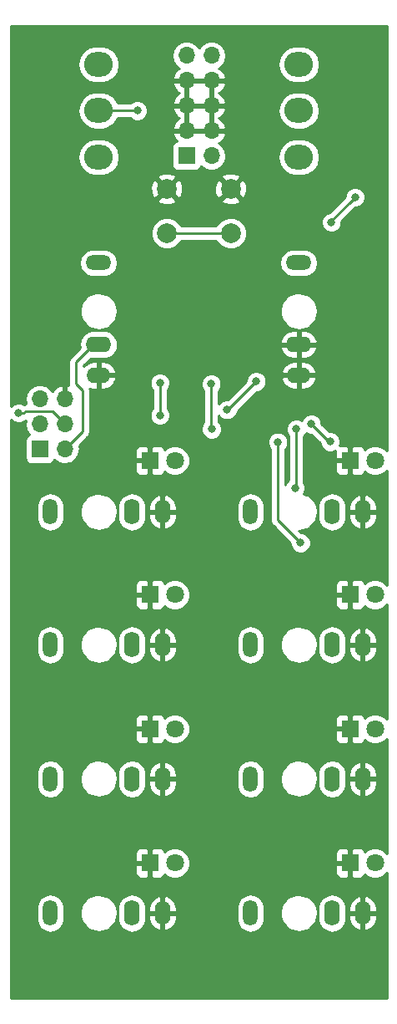
<source format=gbr>
G04 #@! TF.GenerationSoftware,KiCad,Pcbnew,5.0.2-bee76a0~70~ubuntu18.04.1*
G04 #@! TF.CreationDate,2019-01-03T15:41:27+08:00*
G04 #@! TF.ProjectId,Divider,44697669-6465-4722-9e6b-696361645f70,rev?*
G04 #@! TF.SameCoordinates,PX8d9ee20PY6422c40*
G04 #@! TF.FileFunction,Copper,L1,Top*
G04 #@! TF.FilePolarity,Positive*
%FSLAX46Y46*%
G04 Gerber Fmt 4.6, Leading zero omitted, Abs format (unit mm)*
G04 Created by KiCad (PCBNEW 5.0.2-bee76a0~70~ubuntu18.04.1) date Thu Jan  3 15:41:27 2019*
%MOMM*%
%LPD*%
G01*
G04 APERTURE LIST*
G04 #@! TA.AperFunction,ComponentPad*
%ADD10O,1.500000X2.600000*%
G04 #@! TD*
G04 #@! TA.AperFunction,ComponentPad*
%ADD11O,1.600000X2.400000*%
G04 #@! TD*
G04 #@! TA.AperFunction,ComponentPad*
%ADD12O,1.600000X2.600000*%
G04 #@! TD*
G04 #@! TA.AperFunction,ComponentPad*
%ADD13C,2.000000*%
G04 #@! TD*
G04 #@! TA.AperFunction,ComponentPad*
%ADD14R,1.700000X1.700000*%
G04 #@! TD*
G04 #@! TA.AperFunction,ComponentPad*
%ADD15O,1.700000X1.700000*%
G04 #@! TD*
G04 #@! TA.AperFunction,ComponentPad*
%ADD16C,1.800000*%
G04 #@! TD*
G04 #@! TA.AperFunction,ComponentPad*
%ADD17R,1.800000X1.800000*%
G04 #@! TD*
G04 #@! TA.AperFunction,ComponentPad*
%ADD18O,2.600000X1.600000*%
G04 #@! TD*
G04 #@! TA.AperFunction,ComponentPad*
%ADD19O,2.400000X1.600000*%
G04 #@! TD*
G04 #@! TA.AperFunction,ComponentPad*
%ADD20O,2.600000X1.500000*%
G04 #@! TD*
G04 #@! TA.AperFunction,ComponentPad*
%ADD21O,2.900000X2.500000*%
G04 #@! TD*
G04 #@! TA.AperFunction,ViaPad*
%ADD22C,0.800000*%
G04 #@! TD*
G04 #@! TA.AperFunction,Conductor*
%ADD23C,0.250000*%
G04 #@! TD*
G04 #@! TA.AperFunction,Conductor*
%ADD24C,0.254000*%
G04 #@! TD*
G04 APERTURE END LIST*
D10*
G04 #@! TO.P,J10,T*
G04 #@! TO.N,/sheet5C2AFDF5/Out*
X5240000Y-40640000D03*
D11*
G04 #@! TO.P,J10,S*
G04 #@! TO.N,GND*
X16640000Y-40640000D03*
D12*
G04 #@! TO.P,J10,TN*
G04 #@! TO.N,Net-(J10-PadTN)*
X13540000Y-40640000D03*
G04 #@! TD*
D13*
G04 #@! TO.P,SW1,2*
G04 #@! TO.N,GND*
X3251000Y32719400D03*
G04 #@! TO.P,SW1,1*
G04 #@! TO.N,RESET*
X3251000Y28219400D03*
G04 #@! TO.P,SW1,2*
G04 #@! TO.N,GND*
X-3249000Y32719400D03*
G04 #@! TO.P,SW1,1*
G04 #@! TO.N,RESET*
X-3249000Y28219400D03*
G04 #@! TD*
D14*
G04 #@! TO.P,J11,1*
G04 #@! TO.N,MISO*
X-16129000Y6350000D03*
D15*
G04 #@! TO.P,J11,2*
G04 #@! TO.N,+5V*
X-13589000Y6350000D03*
G04 #@! TO.P,J11,3*
G04 #@! TO.N,OUT4*
X-16129000Y8890000D03*
G04 #@! TO.P,J11,4*
G04 #@! TO.N,MOSI*
X-13589000Y8890000D03*
G04 #@! TO.P,J11,5*
G04 #@! TO.N,RESET*
X-16129000Y11430000D03*
G04 #@! TO.P,J11,6*
G04 #@! TO.N,GND*
X-13589000Y11430000D03*
G04 #@! TD*
D14*
G04 #@! TO.P,J12,1*
G04 #@! TO.N,Net-(J12-Pad1)*
X-1245000Y36068000D03*
D15*
G04 #@! TO.P,J12,2*
X1295000Y36068000D03*
G04 #@! TO.P,J12,3*
G04 #@! TO.N,GND*
X-1245000Y38608000D03*
G04 #@! TO.P,J12,4*
X1295000Y38608000D03*
G04 #@! TO.P,J12,5*
X-1245000Y41148000D03*
G04 #@! TO.P,J12,6*
X1295000Y41148000D03*
G04 #@! TO.P,J12,7*
X-1245000Y43688000D03*
G04 #@! TO.P,J12,8*
X1295000Y43688000D03*
G04 #@! TO.P,J12,9*
G04 #@! TO.N,Net-(D3-Pad2)*
X-1245000Y46228000D03*
G04 #@! TO.P,J12,10*
X1295000Y46228000D03*
G04 #@! TD*
D16*
G04 #@! TO.P,D10,2*
G04 #@! TO.N,Net-(D10-Pad2)*
X-2413000Y-35560000D03*
D17*
G04 #@! TO.P,D10,1*
G04 #@! TO.N,GND*
X-4953000Y-35560000D03*
G04 #@! TD*
G04 #@! TO.P,D2,1*
G04 #@! TO.N,GND*
X15367000Y-8382000D03*
D16*
G04 #@! TO.P,D2,2*
G04 #@! TO.N,Net-(D2-Pad2)*
X17907000Y-8382000D03*
G04 #@! TD*
G04 #@! TO.P,D7,2*
G04 #@! TO.N,Net-(D7-Pad2)*
X17907000Y5207000D03*
D17*
G04 #@! TO.P,D7,1*
G04 #@! TO.N,GND*
X15367000Y5207000D03*
G04 #@! TD*
G04 #@! TO.P,D8,1*
G04 #@! TO.N,GND*
X-4953000Y5207000D03*
D16*
G04 #@! TO.P,D8,2*
G04 #@! TO.N,Net-(D8-Pad2)*
X-2413000Y5207000D03*
G04 #@! TD*
G04 #@! TO.P,D9,2*
G04 #@! TO.N,Net-(D9-Pad2)*
X17907000Y-35560000D03*
D17*
G04 #@! TO.P,D9,1*
G04 #@! TO.N,GND*
X15367000Y-35560000D03*
G04 #@! TD*
G04 #@! TO.P,D12,1*
G04 #@! TO.N,GND*
X-4953000Y-21971000D03*
D16*
G04 #@! TO.P,D12,2*
G04 #@! TO.N,Net-(D12-Pad2)*
X-2413000Y-21971000D03*
G04 #@! TD*
G04 #@! TO.P,D11,2*
G04 #@! TO.N,Net-(D11-Pad2)*
X17907000Y-21971000D03*
D17*
G04 #@! TO.P,D11,1*
G04 #@! TO.N,GND*
X15367000Y-21971000D03*
G04 #@! TD*
G04 #@! TO.P,D6,1*
G04 #@! TO.N,GND*
X-4953000Y-8382000D03*
D16*
G04 #@! TO.P,D6,2*
G04 #@! TO.N,Net-(D6-Pad2)*
X-2413000Y-8382000D03*
G04 #@! TD*
D10*
G04 #@! TO.P,J4,T*
G04 #@! TO.N,/DigitalOut/Out*
X5240000Y-13462000D03*
D11*
G04 #@! TO.P,J4,S*
G04 #@! TO.N,GND*
X16640000Y-13462000D03*
D12*
G04 #@! TO.P,J4,TN*
G04 #@! TO.N,Net-(J4-PadTN)*
X13540000Y-13462000D03*
G04 #@! TD*
G04 #@! TO.P,J1,TN*
G04 #@! TO.N,Net-(J1-PadTN)*
X-6780000Y0D03*
D11*
G04 #@! TO.P,J1,S*
G04 #@! TO.N,GND*
X-3680000Y0D03*
D10*
G04 #@! TO.P,J1,T*
G04 #@! TO.N,/sheet5C2AEF1D/Out*
X-15080000Y0D03*
G04 #@! TD*
G04 #@! TO.P,J3,T*
G04 #@! TO.N,/sheet5C2AE401/Out*
X-15080000Y-13462000D03*
D11*
G04 #@! TO.P,J3,S*
G04 #@! TO.N,GND*
X-3680000Y-13462000D03*
D12*
G04 #@! TO.P,J3,TN*
G04 #@! TO.N,Net-(J3-PadTN)*
X-6780000Y-13462000D03*
G04 #@! TD*
D18*
G04 #@! TO.P,J5,TN*
G04 #@! TO.N,+5V*
X-10160000Y16940000D03*
D19*
G04 #@! TO.P,J5,S*
G04 #@! TO.N,GND*
X-10160000Y13840000D03*
D20*
G04 #@! TO.P,J5,T*
G04 #@! TO.N,/sheet5C2AB00C/In*
X-10160000Y25240000D03*
G04 #@! TD*
D10*
G04 #@! TO.P,J6,T*
G04 #@! TO.N,/sheet5C2AFE37/Out*
X-15080000Y-27051000D03*
D11*
G04 #@! TO.P,J6,S*
G04 #@! TO.N,GND*
X-3680000Y-27051000D03*
D12*
G04 #@! TO.P,J6,TN*
G04 #@! TO.N,Net-(J6-PadTN)*
X-6780000Y-27051000D03*
G04 #@! TD*
D18*
G04 #@! TO.P,J7,TN*
G04 #@! TO.N,GND*
X10160000Y16940000D03*
D19*
G04 #@! TO.P,J7,S*
X10160000Y13840000D03*
D20*
G04 #@! TO.P,J7,T*
G04 #@! TO.N,/DigitalIn/In*
X10160000Y25240000D03*
G04 #@! TD*
D10*
G04 #@! TO.P,J8,T*
G04 #@! TO.N,/sheet5C2AFE21/Out*
X5240000Y-27051000D03*
D11*
G04 #@! TO.P,J8,S*
G04 #@! TO.N,GND*
X16640000Y-27051000D03*
D12*
G04 #@! TO.P,J8,TN*
G04 #@! TO.N,Net-(J8-PadTN)*
X13540000Y-27051000D03*
G04 #@! TD*
G04 #@! TO.P,J9,TN*
G04 #@! TO.N,Net-(J9-PadTN)*
X-6780000Y-40640000D03*
D11*
G04 #@! TO.P,J9,S*
G04 #@! TO.N,GND*
X-3680000Y-40640000D03*
D10*
G04 #@! TO.P,J9,T*
G04 #@! TO.N,/sheet5C2AFE0B/Out*
X-15080000Y-40640000D03*
G04 #@! TD*
D12*
G04 #@! TO.P,J2,TN*
G04 #@! TO.N,Net-(J2-PadTN)*
X13540000Y0D03*
D11*
G04 #@! TO.P,J2,S*
G04 #@! TO.N,GND*
X16640000Y0D03*
D10*
G04 #@! TO.P,J2,T*
G04 #@! TO.N,/sheet5C2AEF07/Out*
X5240000Y0D03*
G04 #@! TD*
D21*
G04 #@! TO.P,SW3,1*
G04 #@! TO.N,Net-(R11-Pad2)*
X10160000Y35940000D03*
G04 #@! TO.P,SW3,3*
G04 #@! TO.N,Net-(R10-Pad1)*
X10160000Y45340000D03*
G04 #@! TO.P,SW3,2*
G04 #@! TO.N,SPDTS*
X10160000Y40640000D03*
G04 #@! TD*
G04 #@! TO.P,SW2,2*
G04 #@! TO.N,Net-(R10-Pad1)*
X-10160000Y40640000D03*
G04 #@! TO.P,SW2,3*
G04 #@! TO.N,+5V*
X-10160000Y45340000D03*
G04 #@! TO.P,SW2,1*
G04 #@! TO.N,Net-(R10-Pad2)*
X-10160000Y35940000D03*
G04 #@! TD*
D22*
G04 #@! TO.N,OUT1*
X9906000Y8382000D03*
X9783416Y2413000D03*
G04 #@! TO.N,Net-(R10-Pad1)*
X-6223000Y40640000D03*
G04 #@! TO.N,OUT7*
X11430000Y8890000D03*
X13335000Y7112000D03*
G04 #@! TO.N,MOSI*
X-18288000Y10033000D03*
G04 #@! TO.N,OUT3*
X8042300Y7083600D03*
X10333700Y-3137600D03*
G04 #@! TO.N,CLK*
X-3937000Y13081000D03*
X-3937000Y9779000D03*
G04 #@! TO.N,SPDTS*
X2890800Y10345700D03*
X15875000Y31877000D03*
X13462000Y29337000D03*
X5842000Y13208000D03*
G04 #@! TO.N,RESET*
X1306300Y8393200D03*
X1270000Y12954000D03*
G04 #@! TO.N,GND*
X1905000Y15113000D03*
X-127000Y15113000D03*
X-1905000Y15113000D03*
X1905000Y17145000D03*
X-127000Y17145000D03*
X-1905000Y17145000D03*
X1651000Y19177000D03*
X-127000Y19177000D03*
X-1905000Y19177000D03*
X4318000Y7874000D03*
X5334000Y7874000D03*
X5334000Y8890000D03*
X4318000Y8890000D03*
X2794000Y2540000D03*
X-12192000Y29210000D03*
X-12192000Y27432000D03*
X11938000Y28956000D03*
X11938000Y27432000D03*
X-13208000Y43434000D03*
X0Y25781000D03*
X-9652000Y-4191000D03*
X-9652000Y-7239000D03*
X12192000Y-2413000D03*
X12065000Y-25273000D03*
X15875000Y44958000D03*
X-17653000Y29972000D03*
G04 #@! TD*
D23*
G04 #@! TO.N,OUT1*
X9780500Y2271000D02*
X9783416Y2413000D01*
X9783416Y2413000D02*
X9906000Y2535584D01*
X9906000Y2535584D02*
X9906000Y8382000D01*
G04 #@! TO.N,Net-(R10-Pad1)*
X-6223000Y40640000D02*
X-10160000Y40640000D01*
G04 #@! TO.N,OUT7*
X11430000Y8890000D02*
X13208000Y7112000D01*
X13208000Y7112000D02*
X13335000Y7112000D01*
G04 #@! TO.N,MOSI*
X-14438999Y9739999D02*
X-13589000Y8890000D01*
X-14859000Y10160000D02*
X-14438999Y9739999D01*
X-17595315Y10160000D02*
X-14859000Y10160000D01*
X-18288000Y10033000D02*
X-17722315Y10033000D01*
X-17722315Y10033000D02*
X-17595315Y10160000D01*
G04 #@! TO.N,OUT3*
X8042300Y-846200D02*
X8042300Y7083600D01*
X10333700Y-3137600D02*
X8042300Y-846200D01*
G04 #@! TO.N,+5V*
X-11811000Y8128000D02*
X-13589000Y6350000D01*
X-11811000Y12319000D02*
X-11811000Y8128000D01*
X-12446000Y12954000D02*
X-11811000Y12319000D01*
X-12446000Y15154000D02*
X-12446000Y12954000D01*
X-10160000Y16940000D02*
X-10660000Y16940000D01*
X-10660000Y16940000D02*
X-12446000Y15154000D01*
G04 #@! TO.N,CLK*
X-3937000Y9779000D02*
X-3937000Y13081000D01*
G04 #@! TO.N,SPDTS*
X15875000Y31877000D02*
X15475001Y31477001D01*
X15475001Y31477001D02*
X13462000Y29464000D01*
X13462000Y29464000D02*
X13462000Y29337000D01*
X2979700Y10345700D02*
X2890800Y10345700D01*
X5842000Y13208000D02*
X2979700Y10345700D01*
G04 #@! TO.N,RESET*
X3251000Y28219400D02*
X-3249000Y28219400D01*
X1270000Y8429500D02*
X1306300Y8393200D01*
X1270000Y12954000D02*
X1270000Y8429500D01*
G04 #@! TD*
D24*
G04 #@! TO.N,GND*
G36*
X19086101Y6198716D02*
X18776507Y6508310D01*
X18212330Y6742000D01*
X17601670Y6742000D01*
X17037493Y6508310D01*
X16861139Y6331956D01*
X16805327Y6466699D01*
X16626698Y6645327D01*
X16393309Y6742000D01*
X15652750Y6742000D01*
X15494000Y6583250D01*
X15494000Y5334000D01*
X15514000Y5334000D01*
X15514000Y5080000D01*
X15494000Y5080000D01*
X15494000Y3830750D01*
X15652750Y3672000D01*
X16393309Y3672000D01*
X16626698Y3768673D01*
X16805327Y3947301D01*
X16861139Y4082044D01*
X17037493Y3905690D01*
X17601670Y3672000D01*
X18212330Y3672000D01*
X18776507Y3905690D01*
X19086101Y4215284D01*
X19086100Y-7390283D01*
X18776507Y-7080690D01*
X18212330Y-6847000D01*
X17601670Y-6847000D01*
X17037493Y-7080690D01*
X16861139Y-7257044D01*
X16805327Y-7122301D01*
X16626698Y-6943673D01*
X16393309Y-6847000D01*
X15652750Y-6847000D01*
X15494000Y-7005750D01*
X15494000Y-8255000D01*
X15514000Y-8255000D01*
X15514000Y-8509000D01*
X15494000Y-8509000D01*
X15494000Y-9758250D01*
X15652750Y-9917000D01*
X16393309Y-9917000D01*
X16626698Y-9820327D01*
X16805327Y-9641699D01*
X16861139Y-9506956D01*
X17037493Y-9683310D01*
X17601670Y-9917000D01*
X18212330Y-9917000D01*
X18776507Y-9683310D01*
X19086100Y-9373717D01*
X19086100Y-20979283D01*
X18776507Y-20669690D01*
X18212330Y-20436000D01*
X17601670Y-20436000D01*
X17037493Y-20669690D01*
X16861139Y-20846044D01*
X16805327Y-20711301D01*
X16626698Y-20532673D01*
X16393309Y-20436000D01*
X15652750Y-20436000D01*
X15494000Y-20594750D01*
X15494000Y-21844000D01*
X15514000Y-21844000D01*
X15514000Y-22098000D01*
X15494000Y-22098000D01*
X15494000Y-23347250D01*
X15652750Y-23506000D01*
X16393309Y-23506000D01*
X16626698Y-23409327D01*
X16805327Y-23230699D01*
X16861139Y-23095956D01*
X17037493Y-23272310D01*
X17601670Y-23506000D01*
X18212330Y-23506000D01*
X18776507Y-23272310D01*
X19086100Y-22962717D01*
X19086100Y-34568283D01*
X18776507Y-34258690D01*
X18212330Y-34025000D01*
X17601670Y-34025000D01*
X17037493Y-34258690D01*
X16861139Y-34435044D01*
X16805327Y-34300301D01*
X16626698Y-34121673D01*
X16393309Y-34025000D01*
X15652750Y-34025000D01*
X15494000Y-34183750D01*
X15494000Y-35433000D01*
X15514000Y-35433000D01*
X15514000Y-35687000D01*
X15494000Y-35687000D01*
X15494000Y-36936250D01*
X15652750Y-37095000D01*
X16393309Y-37095000D01*
X16626698Y-36998327D01*
X16805327Y-36819699D01*
X16861139Y-36684956D01*
X17037493Y-36861310D01*
X17601670Y-37095000D01*
X18212330Y-37095000D01*
X18776507Y-36861310D01*
X19086100Y-36551717D01*
X19086100Y-49268600D01*
X-19083900Y-49268600D01*
X-19083900Y-39953594D01*
X-16465000Y-39953594D01*
X-16465000Y-41326407D01*
X-16384641Y-41730400D01*
X-16078528Y-42188529D01*
X-15620399Y-42494641D01*
X-15080000Y-42602133D01*
X-14539600Y-42494641D01*
X-14081471Y-42188529D01*
X-13775359Y-41730400D01*
X-13695000Y-41326407D01*
X-13695000Y-40619121D01*
X-12063272Y-40619121D01*
X-12063272Y-40660879D01*
X-11936272Y-41422879D01*
X-11908564Y-41483303D01*
X-11273564Y-42245303D01*
X-11251607Y-42266042D01*
X-11206802Y-42287208D01*
X-10190802Y-42541208D01*
X-10129198Y-42541208D01*
X-9113198Y-42287208D01*
X-9054197Y-42253803D01*
X-8546197Y-41745803D01*
X-8512792Y-41686802D01*
X-8258792Y-40670802D01*
X-8256728Y-40619121D01*
X-8360136Y-39998668D01*
X-8215000Y-39998668D01*
X-8215000Y-41281333D01*
X-8131740Y-41699909D01*
X-7814576Y-42174577D01*
X-7339908Y-42491740D01*
X-6780000Y-42603113D01*
X-6220091Y-42491740D01*
X-5745423Y-42174577D01*
X-5428260Y-41699909D01*
X-5345000Y-41281333D01*
X-5345000Y-40767000D01*
X-5115000Y-40767000D01*
X-5115000Y-41167000D01*
X-4957166Y-41706483D01*
X-4604896Y-42144500D01*
X-4111819Y-42414367D01*
X-4029039Y-42431904D01*
X-3807000Y-42309915D01*
X-3807000Y-40767000D01*
X-3553000Y-40767000D01*
X-3553000Y-42309915D01*
X-3330961Y-42431904D01*
X-3248181Y-42414367D01*
X-2755104Y-42144500D01*
X-2402834Y-41706483D01*
X-2245000Y-41167000D01*
X-2245000Y-40767000D01*
X-3553000Y-40767000D01*
X-3807000Y-40767000D01*
X-5115000Y-40767000D01*
X-5345000Y-40767000D01*
X-5345000Y-40113000D01*
X-5115000Y-40113000D01*
X-5115000Y-40513000D01*
X-3807000Y-40513000D01*
X-3807000Y-38970085D01*
X-3553000Y-38970085D01*
X-3553000Y-40513000D01*
X-2245000Y-40513000D01*
X-2245000Y-40113000D01*
X-2291636Y-39953594D01*
X3855000Y-39953594D01*
X3855000Y-41326407D01*
X3935359Y-41730400D01*
X4241472Y-42188529D01*
X4699601Y-42494641D01*
X5240000Y-42602133D01*
X5780400Y-42494641D01*
X6238529Y-42188529D01*
X6544641Y-41730400D01*
X6625000Y-41326407D01*
X6625000Y-40619121D01*
X8256728Y-40619121D01*
X8256728Y-40660879D01*
X8383728Y-41422879D01*
X8411436Y-41483303D01*
X9046436Y-42245303D01*
X9068393Y-42266042D01*
X9113198Y-42287208D01*
X10129198Y-42541208D01*
X10190802Y-42541208D01*
X11206802Y-42287208D01*
X11265803Y-42253803D01*
X11773803Y-41745803D01*
X11807208Y-41686802D01*
X12061208Y-40670802D01*
X12063272Y-40619121D01*
X11959864Y-39998668D01*
X12105000Y-39998668D01*
X12105000Y-41281333D01*
X12188260Y-41699909D01*
X12505424Y-42174577D01*
X12980092Y-42491740D01*
X13540000Y-42603113D01*
X14099909Y-42491740D01*
X14574577Y-42174577D01*
X14891740Y-41699909D01*
X14975000Y-41281333D01*
X14975000Y-40767000D01*
X15205000Y-40767000D01*
X15205000Y-41167000D01*
X15362834Y-41706483D01*
X15715104Y-42144500D01*
X16208181Y-42414367D01*
X16290961Y-42431904D01*
X16513000Y-42309915D01*
X16513000Y-40767000D01*
X16767000Y-40767000D01*
X16767000Y-42309915D01*
X16989039Y-42431904D01*
X17071819Y-42414367D01*
X17564896Y-42144500D01*
X17917166Y-41706483D01*
X18075000Y-41167000D01*
X18075000Y-40767000D01*
X16767000Y-40767000D01*
X16513000Y-40767000D01*
X15205000Y-40767000D01*
X14975000Y-40767000D01*
X14975000Y-40113000D01*
X15205000Y-40113000D01*
X15205000Y-40513000D01*
X16513000Y-40513000D01*
X16513000Y-38970085D01*
X16767000Y-38970085D01*
X16767000Y-40513000D01*
X18075000Y-40513000D01*
X18075000Y-40113000D01*
X17917166Y-39573517D01*
X17564896Y-39135500D01*
X17071819Y-38865633D01*
X16989039Y-38848096D01*
X16767000Y-38970085D01*
X16513000Y-38970085D01*
X16290961Y-38848096D01*
X16208181Y-38865633D01*
X15715104Y-39135500D01*
X15362834Y-39573517D01*
X15205000Y-40113000D01*
X14975000Y-40113000D01*
X14975000Y-39998667D01*
X14891740Y-39580091D01*
X14574576Y-39105423D01*
X14099908Y-38788260D01*
X13540000Y-38676887D01*
X12980091Y-38788260D01*
X12505423Y-39105424D01*
X12188260Y-39580092D01*
X12105000Y-39998668D01*
X11959864Y-39998668D01*
X11936272Y-39857121D01*
X11908564Y-39796697D01*
X11273564Y-39034697D01*
X11251607Y-39013958D01*
X11206802Y-38992792D01*
X10190802Y-38738792D01*
X10160000Y-38735000D01*
X9906000Y-38735000D01*
X9865839Y-38741517D01*
X9103839Y-38995517D01*
X9046436Y-39034697D01*
X8411436Y-39796697D01*
X8383728Y-39857121D01*
X8256728Y-40619121D01*
X6625000Y-40619121D01*
X6625000Y-39953593D01*
X6544641Y-39549600D01*
X6238528Y-39091471D01*
X5780399Y-38785359D01*
X5240000Y-38677867D01*
X4699600Y-38785359D01*
X4241471Y-39091472D01*
X3935359Y-39549601D01*
X3855000Y-39953594D01*
X-2291636Y-39953594D01*
X-2402834Y-39573517D01*
X-2755104Y-39135500D01*
X-3248181Y-38865633D01*
X-3330961Y-38848096D01*
X-3553000Y-38970085D01*
X-3807000Y-38970085D01*
X-4029039Y-38848096D01*
X-4111819Y-38865633D01*
X-4604896Y-39135500D01*
X-4957166Y-39573517D01*
X-5115000Y-40113000D01*
X-5345000Y-40113000D01*
X-5345000Y-39998667D01*
X-5428260Y-39580091D01*
X-5745424Y-39105423D01*
X-6220092Y-38788260D01*
X-6780000Y-38676887D01*
X-7339909Y-38788260D01*
X-7814577Y-39105424D01*
X-8131740Y-39580092D01*
X-8215000Y-39998668D01*
X-8360136Y-39998668D01*
X-8383728Y-39857121D01*
X-8411436Y-39796697D01*
X-9046436Y-39034697D01*
X-9068393Y-39013958D01*
X-9113198Y-38992792D01*
X-10129198Y-38738792D01*
X-10160000Y-38735000D01*
X-10414000Y-38735000D01*
X-10454161Y-38741517D01*
X-11216161Y-38995517D01*
X-11273564Y-39034697D01*
X-11908564Y-39796697D01*
X-11936272Y-39857121D01*
X-12063272Y-40619121D01*
X-13695000Y-40619121D01*
X-13695000Y-39953593D01*
X-13775359Y-39549600D01*
X-14081472Y-39091471D01*
X-14539601Y-38785359D01*
X-15080000Y-38677867D01*
X-15620400Y-38785359D01*
X-16078529Y-39091472D01*
X-16384641Y-39549601D01*
X-16465000Y-39953594D01*
X-19083900Y-39953594D01*
X-19083900Y-35845750D01*
X-6488000Y-35845750D01*
X-6488000Y-36586310D01*
X-6391327Y-36819699D01*
X-6212698Y-36998327D01*
X-5979309Y-37095000D01*
X-5238750Y-37095000D01*
X-5080000Y-36936250D01*
X-5080000Y-35687000D01*
X-6329250Y-35687000D01*
X-6488000Y-35845750D01*
X-19083900Y-35845750D01*
X-19083900Y-34533690D01*
X-6488000Y-34533690D01*
X-6488000Y-35274250D01*
X-6329250Y-35433000D01*
X-5080000Y-35433000D01*
X-5080000Y-34183750D01*
X-4826000Y-34183750D01*
X-4826000Y-35433000D01*
X-4806000Y-35433000D01*
X-4806000Y-35687000D01*
X-4826000Y-35687000D01*
X-4826000Y-36936250D01*
X-4667250Y-37095000D01*
X-3926691Y-37095000D01*
X-3693302Y-36998327D01*
X-3514673Y-36819699D01*
X-3458861Y-36684956D01*
X-3282507Y-36861310D01*
X-2718330Y-37095000D01*
X-2107670Y-37095000D01*
X-1543493Y-36861310D01*
X-1111690Y-36429507D01*
X-878000Y-35865330D01*
X-878000Y-35845750D01*
X13832000Y-35845750D01*
X13832000Y-36586310D01*
X13928673Y-36819699D01*
X14107302Y-36998327D01*
X14340691Y-37095000D01*
X15081250Y-37095000D01*
X15240000Y-36936250D01*
X15240000Y-35687000D01*
X13990750Y-35687000D01*
X13832000Y-35845750D01*
X-878000Y-35845750D01*
X-878000Y-35254670D01*
X-1111690Y-34690493D01*
X-1268493Y-34533690D01*
X13832000Y-34533690D01*
X13832000Y-35274250D01*
X13990750Y-35433000D01*
X15240000Y-35433000D01*
X15240000Y-34183750D01*
X15081250Y-34025000D01*
X14340691Y-34025000D01*
X14107302Y-34121673D01*
X13928673Y-34300301D01*
X13832000Y-34533690D01*
X-1268493Y-34533690D01*
X-1543493Y-34258690D01*
X-2107670Y-34025000D01*
X-2718330Y-34025000D01*
X-3282507Y-34258690D01*
X-3458861Y-34435044D01*
X-3514673Y-34300301D01*
X-3693302Y-34121673D01*
X-3926691Y-34025000D01*
X-4667250Y-34025000D01*
X-4826000Y-34183750D01*
X-5080000Y-34183750D01*
X-5238750Y-34025000D01*
X-5979309Y-34025000D01*
X-6212698Y-34121673D01*
X-6391327Y-34300301D01*
X-6488000Y-34533690D01*
X-19083900Y-34533690D01*
X-19083900Y-26364594D01*
X-16465000Y-26364594D01*
X-16465000Y-27737407D01*
X-16384641Y-28141400D01*
X-16078528Y-28599529D01*
X-15620399Y-28905641D01*
X-15080000Y-29013133D01*
X-14539600Y-28905641D01*
X-14081471Y-28599529D01*
X-13775359Y-28141400D01*
X-13695000Y-27737407D01*
X-13695000Y-27030121D01*
X-12063272Y-27030121D01*
X-12063272Y-27071879D01*
X-11936272Y-27833879D01*
X-11908564Y-27894303D01*
X-11273564Y-28656303D01*
X-11251607Y-28677042D01*
X-11206802Y-28698208D01*
X-10190802Y-28952208D01*
X-10129198Y-28952208D01*
X-9113198Y-28698208D01*
X-9054197Y-28664803D01*
X-8546197Y-28156803D01*
X-8512792Y-28097802D01*
X-8258792Y-27081802D01*
X-8256728Y-27030121D01*
X-8360136Y-26409668D01*
X-8215000Y-26409668D01*
X-8215000Y-27692333D01*
X-8131740Y-28110909D01*
X-7814576Y-28585577D01*
X-7339908Y-28902740D01*
X-6780000Y-29014113D01*
X-6220091Y-28902740D01*
X-5745423Y-28585577D01*
X-5428260Y-28110909D01*
X-5345000Y-27692333D01*
X-5345000Y-27178000D01*
X-5115000Y-27178000D01*
X-5115000Y-27578000D01*
X-4957166Y-28117483D01*
X-4604896Y-28555500D01*
X-4111819Y-28825367D01*
X-4029039Y-28842904D01*
X-3807000Y-28720915D01*
X-3807000Y-27178000D01*
X-3553000Y-27178000D01*
X-3553000Y-28720915D01*
X-3330961Y-28842904D01*
X-3248181Y-28825367D01*
X-2755104Y-28555500D01*
X-2402834Y-28117483D01*
X-2245000Y-27578000D01*
X-2245000Y-27178000D01*
X-3553000Y-27178000D01*
X-3807000Y-27178000D01*
X-5115000Y-27178000D01*
X-5345000Y-27178000D01*
X-5345000Y-26524000D01*
X-5115000Y-26524000D01*
X-5115000Y-26924000D01*
X-3807000Y-26924000D01*
X-3807000Y-25381085D01*
X-3553000Y-25381085D01*
X-3553000Y-26924000D01*
X-2245000Y-26924000D01*
X-2245000Y-26524000D01*
X-2291636Y-26364594D01*
X3855000Y-26364594D01*
X3855000Y-27737407D01*
X3935359Y-28141400D01*
X4241472Y-28599529D01*
X4699601Y-28905641D01*
X5240000Y-29013133D01*
X5780400Y-28905641D01*
X6238529Y-28599529D01*
X6544641Y-28141400D01*
X6625000Y-27737407D01*
X6625000Y-27030121D01*
X8256728Y-27030121D01*
X8256728Y-27071879D01*
X8383728Y-27833879D01*
X8411436Y-27894303D01*
X9046436Y-28656303D01*
X9068393Y-28677042D01*
X9113198Y-28698208D01*
X10129198Y-28952208D01*
X10190802Y-28952208D01*
X11206802Y-28698208D01*
X11265803Y-28664803D01*
X11773803Y-28156803D01*
X11807208Y-28097802D01*
X12061208Y-27081802D01*
X12063272Y-27030121D01*
X11959864Y-26409668D01*
X12105000Y-26409668D01*
X12105000Y-27692333D01*
X12188260Y-28110909D01*
X12505424Y-28585577D01*
X12980092Y-28902740D01*
X13540000Y-29014113D01*
X14099909Y-28902740D01*
X14574577Y-28585577D01*
X14891740Y-28110909D01*
X14975000Y-27692333D01*
X14975000Y-27178000D01*
X15205000Y-27178000D01*
X15205000Y-27578000D01*
X15362834Y-28117483D01*
X15715104Y-28555500D01*
X16208181Y-28825367D01*
X16290961Y-28842904D01*
X16513000Y-28720915D01*
X16513000Y-27178000D01*
X16767000Y-27178000D01*
X16767000Y-28720915D01*
X16989039Y-28842904D01*
X17071819Y-28825367D01*
X17564896Y-28555500D01*
X17917166Y-28117483D01*
X18075000Y-27578000D01*
X18075000Y-27178000D01*
X16767000Y-27178000D01*
X16513000Y-27178000D01*
X15205000Y-27178000D01*
X14975000Y-27178000D01*
X14975000Y-26524000D01*
X15205000Y-26524000D01*
X15205000Y-26924000D01*
X16513000Y-26924000D01*
X16513000Y-25381085D01*
X16767000Y-25381085D01*
X16767000Y-26924000D01*
X18075000Y-26924000D01*
X18075000Y-26524000D01*
X17917166Y-25984517D01*
X17564896Y-25546500D01*
X17071819Y-25276633D01*
X16989039Y-25259096D01*
X16767000Y-25381085D01*
X16513000Y-25381085D01*
X16290961Y-25259096D01*
X16208181Y-25276633D01*
X15715104Y-25546500D01*
X15362834Y-25984517D01*
X15205000Y-26524000D01*
X14975000Y-26524000D01*
X14975000Y-26409667D01*
X14891740Y-25991091D01*
X14574576Y-25516423D01*
X14099908Y-25199260D01*
X13540000Y-25087887D01*
X12980091Y-25199260D01*
X12505423Y-25516424D01*
X12188260Y-25991092D01*
X12105000Y-26409668D01*
X11959864Y-26409668D01*
X11936272Y-26268121D01*
X11908564Y-26207697D01*
X11273564Y-25445697D01*
X11251607Y-25424958D01*
X11206802Y-25403792D01*
X10190802Y-25149792D01*
X10160000Y-25146000D01*
X9906000Y-25146000D01*
X9865839Y-25152517D01*
X9103839Y-25406517D01*
X9046436Y-25445697D01*
X8411436Y-26207697D01*
X8383728Y-26268121D01*
X8256728Y-27030121D01*
X6625000Y-27030121D01*
X6625000Y-26364593D01*
X6544641Y-25960600D01*
X6238528Y-25502471D01*
X5780399Y-25196359D01*
X5240000Y-25088867D01*
X4699600Y-25196359D01*
X4241471Y-25502472D01*
X3935359Y-25960601D01*
X3855000Y-26364594D01*
X-2291636Y-26364594D01*
X-2402834Y-25984517D01*
X-2755104Y-25546500D01*
X-3248181Y-25276633D01*
X-3330961Y-25259096D01*
X-3553000Y-25381085D01*
X-3807000Y-25381085D01*
X-4029039Y-25259096D01*
X-4111819Y-25276633D01*
X-4604896Y-25546500D01*
X-4957166Y-25984517D01*
X-5115000Y-26524000D01*
X-5345000Y-26524000D01*
X-5345000Y-26409667D01*
X-5428260Y-25991091D01*
X-5745424Y-25516423D01*
X-6220092Y-25199260D01*
X-6780000Y-25087887D01*
X-7339909Y-25199260D01*
X-7814577Y-25516424D01*
X-8131740Y-25991092D01*
X-8215000Y-26409668D01*
X-8360136Y-26409668D01*
X-8383728Y-26268121D01*
X-8411436Y-26207697D01*
X-9046436Y-25445697D01*
X-9068393Y-25424958D01*
X-9113198Y-25403792D01*
X-10129198Y-25149792D01*
X-10160000Y-25146000D01*
X-10414000Y-25146000D01*
X-10454161Y-25152517D01*
X-11216161Y-25406517D01*
X-11273564Y-25445697D01*
X-11908564Y-26207697D01*
X-11936272Y-26268121D01*
X-12063272Y-27030121D01*
X-13695000Y-27030121D01*
X-13695000Y-26364593D01*
X-13775359Y-25960600D01*
X-14081472Y-25502471D01*
X-14539601Y-25196359D01*
X-15080000Y-25088867D01*
X-15620400Y-25196359D01*
X-16078529Y-25502472D01*
X-16384641Y-25960601D01*
X-16465000Y-26364594D01*
X-19083900Y-26364594D01*
X-19083900Y-22256750D01*
X-6488000Y-22256750D01*
X-6488000Y-22997310D01*
X-6391327Y-23230699D01*
X-6212698Y-23409327D01*
X-5979309Y-23506000D01*
X-5238750Y-23506000D01*
X-5080000Y-23347250D01*
X-5080000Y-22098000D01*
X-6329250Y-22098000D01*
X-6488000Y-22256750D01*
X-19083900Y-22256750D01*
X-19083900Y-20944690D01*
X-6488000Y-20944690D01*
X-6488000Y-21685250D01*
X-6329250Y-21844000D01*
X-5080000Y-21844000D01*
X-5080000Y-20594750D01*
X-4826000Y-20594750D01*
X-4826000Y-21844000D01*
X-4806000Y-21844000D01*
X-4806000Y-22098000D01*
X-4826000Y-22098000D01*
X-4826000Y-23347250D01*
X-4667250Y-23506000D01*
X-3926691Y-23506000D01*
X-3693302Y-23409327D01*
X-3514673Y-23230699D01*
X-3458861Y-23095956D01*
X-3282507Y-23272310D01*
X-2718330Y-23506000D01*
X-2107670Y-23506000D01*
X-1543493Y-23272310D01*
X-1111690Y-22840507D01*
X-878000Y-22276330D01*
X-878000Y-22256750D01*
X13832000Y-22256750D01*
X13832000Y-22997310D01*
X13928673Y-23230699D01*
X14107302Y-23409327D01*
X14340691Y-23506000D01*
X15081250Y-23506000D01*
X15240000Y-23347250D01*
X15240000Y-22098000D01*
X13990750Y-22098000D01*
X13832000Y-22256750D01*
X-878000Y-22256750D01*
X-878000Y-21665670D01*
X-1111690Y-21101493D01*
X-1268493Y-20944690D01*
X13832000Y-20944690D01*
X13832000Y-21685250D01*
X13990750Y-21844000D01*
X15240000Y-21844000D01*
X15240000Y-20594750D01*
X15081250Y-20436000D01*
X14340691Y-20436000D01*
X14107302Y-20532673D01*
X13928673Y-20711301D01*
X13832000Y-20944690D01*
X-1268493Y-20944690D01*
X-1543493Y-20669690D01*
X-2107670Y-20436000D01*
X-2718330Y-20436000D01*
X-3282507Y-20669690D01*
X-3458861Y-20846044D01*
X-3514673Y-20711301D01*
X-3693302Y-20532673D01*
X-3926691Y-20436000D01*
X-4667250Y-20436000D01*
X-4826000Y-20594750D01*
X-5080000Y-20594750D01*
X-5238750Y-20436000D01*
X-5979309Y-20436000D01*
X-6212698Y-20532673D01*
X-6391327Y-20711301D01*
X-6488000Y-20944690D01*
X-19083900Y-20944690D01*
X-19083900Y-12775594D01*
X-16465000Y-12775594D01*
X-16465000Y-14148407D01*
X-16384641Y-14552400D01*
X-16078528Y-15010529D01*
X-15620399Y-15316641D01*
X-15080000Y-15424133D01*
X-14539600Y-15316641D01*
X-14081471Y-15010529D01*
X-13775359Y-14552400D01*
X-13695000Y-14148407D01*
X-13695000Y-13441121D01*
X-12063272Y-13441121D01*
X-12063272Y-13482879D01*
X-11936272Y-14244879D01*
X-11908564Y-14305303D01*
X-11273564Y-15067303D01*
X-11251607Y-15088042D01*
X-11206802Y-15109208D01*
X-10190802Y-15363208D01*
X-10129198Y-15363208D01*
X-9113198Y-15109208D01*
X-9054197Y-15075803D01*
X-8546197Y-14567803D01*
X-8512792Y-14508802D01*
X-8258792Y-13492802D01*
X-8256728Y-13441121D01*
X-8360136Y-12820668D01*
X-8215000Y-12820668D01*
X-8215000Y-14103333D01*
X-8131740Y-14521909D01*
X-7814576Y-14996577D01*
X-7339908Y-15313740D01*
X-6780000Y-15425113D01*
X-6220091Y-15313740D01*
X-5745423Y-14996577D01*
X-5428260Y-14521909D01*
X-5345000Y-14103333D01*
X-5345000Y-13589000D01*
X-5115000Y-13589000D01*
X-5115000Y-13989000D01*
X-4957166Y-14528483D01*
X-4604896Y-14966500D01*
X-4111819Y-15236367D01*
X-4029039Y-15253904D01*
X-3807000Y-15131915D01*
X-3807000Y-13589000D01*
X-3553000Y-13589000D01*
X-3553000Y-15131915D01*
X-3330961Y-15253904D01*
X-3248181Y-15236367D01*
X-2755104Y-14966500D01*
X-2402834Y-14528483D01*
X-2245000Y-13989000D01*
X-2245000Y-13589000D01*
X-3553000Y-13589000D01*
X-3807000Y-13589000D01*
X-5115000Y-13589000D01*
X-5345000Y-13589000D01*
X-5345000Y-12935000D01*
X-5115000Y-12935000D01*
X-5115000Y-13335000D01*
X-3807000Y-13335000D01*
X-3807000Y-11792085D01*
X-3553000Y-11792085D01*
X-3553000Y-13335000D01*
X-2245000Y-13335000D01*
X-2245000Y-12935000D01*
X-2291636Y-12775594D01*
X3855000Y-12775594D01*
X3855000Y-14148407D01*
X3935359Y-14552400D01*
X4241472Y-15010529D01*
X4699601Y-15316641D01*
X5240000Y-15424133D01*
X5780400Y-15316641D01*
X6238529Y-15010529D01*
X6544641Y-14552400D01*
X6625000Y-14148407D01*
X6625000Y-13441121D01*
X8256728Y-13441121D01*
X8256728Y-13482879D01*
X8383728Y-14244879D01*
X8411436Y-14305303D01*
X9046436Y-15067303D01*
X9068393Y-15088042D01*
X9113198Y-15109208D01*
X10129198Y-15363208D01*
X10190802Y-15363208D01*
X11206802Y-15109208D01*
X11265803Y-15075803D01*
X11773803Y-14567803D01*
X11807208Y-14508802D01*
X12061208Y-13492802D01*
X12063272Y-13441121D01*
X11959864Y-12820668D01*
X12105000Y-12820668D01*
X12105000Y-14103333D01*
X12188260Y-14521909D01*
X12505424Y-14996577D01*
X12980092Y-15313740D01*
X13540000Y-15425113D01*
X14099909Y-15313740D01*
X14574577Y-14996577D01*
X14891740Y-14521909D01*
X14975000Y-14103333D01*
X14975000Y-13589000D01*
X15205000Y-13589000D01*
X15205000Y-13989000D01*
X15362834Y-14528483D01*
X15715104Y-14966500D01*
X16208181Y-15236367D01*
X16290961Y-15253904D01*
X16513000Y-15131915D01*
X16513000Y-13589000D01*
X16767000Y-13589000D01*
X16767000Y-15131915D01*
X16989039Y-15253904D01*
X17071819Y-15236367D01*
X17564896Y-14966500D01*
X17917166Y-14528483D01*
X18075000Y-13989000D01*
X18075000Y-13589000D01*
X16767000Y-13589000D01*
X16513000Y-13589000D01*
X15205000Y-13589000D01*
X14975000Y-13589000D01*
X14975000Y-12935000D01*
X15205000Y-12935000D01*
X15205000Y-13335000D01*
X16513000Y-13335000D01*
X16513000Y-11792085D01*
X16767000Y-11792085D01*
X16767000Y-13335000D01*
X18075000Y-13335000D01*
X18075000Y-12935000D01*
X17917166Y-12395517D01*
X17564896Y-11957500D01*
X17071819Y-11687633D01*
X16989039Y-11670096D01*
X16767000Y-11792085D01*
X16513000Y-11792085D01*
X16290961Y-11670096D01*
X16208181Y-11687633D01*
X15715104Y-11957500D01*
X15362834Y-12395517D01*
X15205000Y-12935000D01*
X14975000Y-12935000D01*
X14975000Y-12820667D01*
X14891740Y-12402091D01*
X14574576Y-11927423D01*
X14099908Y-11610260D01*
X13540000Y-11498887D01*
X12980091Y-11610260D01*
X12505423Y-11927424D01*
X12188260Y-12402092D01*
X12105000Y-12820668D01*
X11959864Y-12820668D01*
X11936272Y-12679121D01*
X11908564Y-12618697D01*
X11273564Y-11856697D01*
X11251607Y-11835958D01*
X11206802Y-11814792D01*
X10190802Y-11560792D01*
X10160000Y-11557000D01*
X9906000Y-11557000D01*
X9865839Y-11563517D01*
X9103839Y-11817517D01*
X9046436Y-11856697D01*
X8411436Y-12618697D01*
X8383728Y-12679121D01*
X8256728Y-13441121D01*
X6625000Y-13441121D01*
X6625000Y-12775593D01*
X6544641Y-12371600D01*
X6238528Y-11913471D01*
X5780399Y-11607359D01*
X5240000Y-11499867D01*
X4699600Y-11607359D01*
X4241471Y-11913472D01*
X3935359Y-12371601D01*
X3855000Y-12775594D01*
X-2291636Y-12775594D01*
X-2402834Y-12395517D01*
X-2755104Y-11957500D01*
X-3248181Y-11687633D01*
X-3330961Y-11670096D01*
X-3553000Y-11792085D01*
X-3807000Y-11792085D01*
X-4029039Y-11670096D01*
X-4111819Y-11687633D01*
X-4604896Y-11957500D01*
X-4957166Y-12395517D01*
X-5115000Y-12935000D01*
X-5345000Y-12935000D01*
X-5345000Y-12820667D01*
X-5428260Y-12402091D01*
X-5745424Y-11927423D01*
X-6220092Y-11610260D01*
X-6780000Y-11498887D01*
X-7339909Y-11610260D01*
X-7814577Y-11927424D01*
X-8131740Y-12402092D01*
X-8215000Y-12820668D01*
X-8360136Y-12820668D01*
X-8383728Y-12679121D01*
X-8411436Y-12618697D01*
X-9046436Y-11856697D01*
X-9068393Y-11835958D01*
X-9113198Y-11814792D01*
X-10129198Y-11560792D01*
X-10160000Y-11557000D01*
X-10414000Y-11557000D01*
X-10454161Y-11563517D01*
X-11216161Y-11817517D01*
X-11273564Y-11856697D01*
X-11908564Y-12618697D01*
X-11936272Y-12679121D01*
X-12063272Y-13441121D01*
X-13695000Y-13441121D01*
X-13695000Y-12775593D01*
X-13775359Y-12371600D01*
X-14081472Y-11913471D01*
X-14539601Y-11607359D01*
X-15080000Y-11499867D01*
X-15620400Y-11607359D01*
X-16078529Y-11913472D01*
X-16384641Y-12371601D01*
X-16465000Y-12775594D01*
X-19083900Y-12775594D01*
X-19083900Y-8667750D01*
X-6488000Y-8667750D01*
X-6488000Y-9408310D01*
X-6391327Y-9641699D01*
X-6212698Y-9820327D01*
X-5979309Y-9917000D01*
X-5238750Y-9917000D01*
X-5080000Y-9758250D01*
X-5080000Y-8509000D01*
X-6329250Y-8509000D01*
X-6488000Y-8667750D01*
X-19083900Y-8667750D01*
X-19083900Y-7355690D01*
X-6488000Y-7355690D01*
X-6488000Y-8096250D01*
X-6329250Y-8255000D01*
X-5080000Y-8255000D01*
X-5080000Y-7005750D01*
X-4826000Y-7005750D01*
X-4826000Y-8255000D01*
X-4806000Y-8255000D01*
X-4806000Y-8509000D01*
X-4826000Y-8509000D01*
X-4826000Y-9758250D01*
X-4667250Y-9917000D01*
X-3926691Y-9917000D01*
X-3693302Y-9820327D01*
X-3514673Y-9641699D01*
X-3458861Y-9506956D01*
X-3282507Y-9683310D01*
X-2718330Y-9917000D01*
X-2107670Y-9917000D01*
X-1543493Y-9683310D01*
X-1111690Y-9251507D01*
X-878000Y-8687330D01*
X-878000Y-8667750D01*
X13832000Y-8667750D01*
X13832000Y-9408310D01*
X13928673Y-9641699D01*
X14107302Y-9820327D01*
X14340691Y-9917000D01*
X15081250Y-9917000D01*
X15240000Y-9758250D01*
X15240000Y-8509000D01*
X13990750Y-8509000D01*
X13832000Y-8667750D01*
X-878000Y-8667750D01*
X-878000Y-8076670D01*
X-1111690Y-7512493D01*
X-1268493Y-7355690D01*
X13832000Y-7355690D01*
X13832000Y-8096250D01*
X13990750Y-8255000D01*
X15240000Y-8255000D01*
X15240000Y-7005750D01*
X15081250Y-6847000D01*
X14340691Y-6847000D01*
X14107302Y-6943673D01*
X13928673Y-7122301D01*
X13832000Y-7355690D01*
X-1268493Y-7355690D01*
X-1543493Y-7080690D01*
X-2107670Y-6847000D01*
X-2718330Y-6847000D01*
X-3282507Y-7080690D01*
X-3458861Y-7257044D01*
X-3514673Y-7122301D01*
X-3693302Y-6943673D01*
X-3926691Y-6847000D01*
X-4667250Y-6847000D01*
X-4826000Y-7005750D01*
X-5080000Y-7005750D01*
X-5238750Y-6847000D01*
X-5979309Y-6847000D01*
X-6212698Y-6943673D01*
X-6391327Y-7122301D01*
X-6488000Y-7355690D01*
X-19083900Y-7355690D01*
X-19083900Y686406D01*
X-16465000Y686406D01*
X-16465000Y-686407D01*
X-16384641Y-1090400D01*
X-16078528Y-1548529D01*
X-15620399Y-1854641D01*
X-15080000Y-1962133D01*
X-14539600Y-1854641D01*
X-14081471Y-1548529D01*
X-13775359Y-1090400D01*
X-13695000Y-686407D01*
X-13695000Y20879D01*
X-12063272Y20879D01*
X-12063272Y-20879D01*
X-11936272Y-782879D01*
X-11908564Y-843303D01*
X-11273564Y-1605303D01*
X-11251607Y-1626042D01*
X-11206802Y-1647208D01*
X-10190802Y-1901208D01*
X-10129198Y-1901208D01*
X-9113198Y-1647208D01*
X-9054197Y-1613803D01*
X-8546197Y-1105803D01*
X-8512792Y-1046802D01*
X-8258792Y-30802D01*
X-8256728Y20879D01*
X-8360136Y641332D01*
X-8215000Y641332D01*
X-8215000Y-641333D01*
X-8131740Y-1059909D01*
X-7814576Y-1534577D01*
X-7339908Y-1851740D01*
X-6780000Y-1963113D01*
X-6220091Y-1851740D01*
X-5745423Y-1534577D01*
X-5428260Y-1059909D01*
X-5345000Y-641333D01*
X-5345000Y-127000D01*
X-5115000Y-127000D01*
X-5115000Y-527000D01*
X-4957166Y-1066483D01*
X-4604896Y-1504500D01*
X-4111819Y-1774367D01*
X-4029039Y-1791904D01*
X-3807000Y-1669915D01*
X-3807000Y-127000D01*
X-3553000Y-127000D01*
X-3553000Y-1669915D01*
X-3330961Y-1791904D01*
X-3248181Y-1774367D01*
X-2755104Y-1504500D01*
X-2402834Y-1066483D01*
X-2245000Y-527000D01*
X-2245000Y-127000D01*
X-3553000Y-127000D01*
X-3807000Y-127000D01*
X-5115000Y-127000D01*
X-5345000Y-127000D01*
X-5345000Y527000D01*
X-5115000Y527000D01*
X-5115000Y127000D01*
X-3807000Y127000D01*
X-3807000Y1669915D01*
X-3553000Y1669915D01*
X-3553000Y127000D01*
X-2245000Y127000D01*
X-2245000Y527000D01*
X-2291636Y686406D01*
X3855000Y686406D01*
X3855000Y-686407D01*
X3935359Y-1090400D01*
X4241472Y-1548529D01*
X4699601Y-1854641D01*
X5240000Y-1962133D01*
X5780400Y-1854641D01*
X6238529Y-1548529D01*
X6544641Y-1090400D01*
X6625000Y-686407D01*
X6625000Y686407D01*
X6544641Y1090400D01*
X6238528Y1548529D01*
X5780399Y1854641D01*
X5240000Y1962133D01*
X4699600Y1854641D01*
X4241471Y1548528D01*
X3935359Y1090399D01*
X3855000Y686406D01*
X-2291636Y686406D01*
X-2402834Y1066483D01*
X-2755104Y1504500D01*
X-3248181Y1774367D01*
X-3330961Y1791904D01*
X-3553000Y1669915D01*
X-3807000Y1669915D01*
X-4029039Y1791904D01*
X-4111819Y1774367D01*
X-4604896Y1504500D01*
X-4957166Y1066483D01*
X-5115000Y527000D01*
X-5345000Y527000D01*
X-5345000Y641333D01*
X-5428260Y1059909D01*
X-5745424Y1534577D01*
X-6220092Y1851740D01*
X-6780000Y1963113D01*
X-7339909Y1851740D01*
X-7814577Y1534576D01*
X-8131740Y1059908D01*
X-8215000Y641332D01*
X-8360136Y641332D01*
X-8383728Y782879D01*
X-8411436Y843303D01*
X-9046436Y1605303D01*
X-9068393Y1626042D01*
X-9113198Y1647208D01*
X-10129198Y1901208D01*
X-10160000Y1905000D01*
X-10414000Y1905000D01*
X-10454161Y1898483D01*
X-11216161Y1644483D01*
X-11273564Y1605303D01*
X-11908564Y843303D01*
X-11936272Y782879D01*
X-12063272Y20879D01*
X-13695000Y20879D01*
X-13695000Y686407D01*
X-13775359Y1090400D01*
X-14081472Y1548529D01*
X-14539601Y1854641D01*
X-15080000Y1962133D01*
X-15620400Y1854641D01*
X-16078529Y1548528D01*
X-16384641Y1090399D01*
X-16465000Y686406D01*
X-19083900Y686406D01*
X-19083900Y9365189D01*
X-18874280Y9155569D01*
X-18493874Y8998000D01*
X-18082126Y8998000D01*
X-17701720Y9155569D01*
X-17568603Y9288686D01*
X-17563590Y9289683D01*
X-17643092Y8890000D01*
X-17527839Y8310582D01*
X-17199625Y7819375D01*
X-17181381Y7807184D01*
X-17226765Y7798157D01*
X-17436809Y7657809D01*
X-17577157Y7447765D01*
X-17626440Y7200000D01*
X-17626440Y5500000D01*
X-17577157Y5252235D01*
X-17436809Y5042191D01*
X-17226765Y4901843D01*
X-16979000Y4852560D01*
X-15279000Y4852560D01*
X-15031235Y4901843D01*
X-14821191Y5042191D01*
X-14680843Y5252235D01*
X-14671816Y5297619D01*
X-14659625Y5279375D01*
X-14168418Y4951161D01*
X-13735256Y4865000D01*
X-13442744Y4865000D01*
X-13159956Y4921250D01*
X-6488000Y4921250D01*
X-6488000Y4180690D01*
X-6391327Y3947301D01*
X-6212698Y3768673D01*
X-5979309Y3672000D01*
X-5238750Y3672000D01*
X-5080000Y3830750D01*
X-5080000Y5080000D01*
X-6329250Y5080000D01*
X-6488000Y4921250D01*
X-13159956Y4921250D01*
X-13009582Y4951161D01*
X-12518375Y5279375D01*
X-12190161Y5770582D01*
X-12098120Y6233310D01*
X-6488000Y6233310D01*
X-6488000Y5492750D01*
X-6329250Y5334000D01*
X-5080000Y5334000D01*
X-5080000Y6583250D01*
X-4826000Y6583250D01*
X-4826000Y5334000D01*
X-4806000Y5334000D01*
X-4806000Y5080000D01*
X-4826000Y5080000D01*
X-4826000Y3830750D01*
X-4667250Y3672000D01*
X-3926691Y3672000D01*
X-3693302Y3768673D01*
X-3514673Y3947301D01*
X-3458861Y4082044D01*
X-3282507Y3905690D01*
X-2718330Y3672000D01*
X-2107670Y3672000D01*
X-1543493Y3905690D01*
X-1111690Y4337493D01*
X-878000Y4901670D01*
X-878000Y5512330D01*
X-1111690Y6076507D01*
X-1543493Y6508310D01*
X-2107670Y6742000D01*
X-2718330Y6742000D01*
X-3282507Y6508310D01*
X-3458861Y6331956D01*
X-3514673Y6466699D01*
X-3693302Y6645327D01*
X-3926691Y6742000D01*
X-4667250Y6742000D01*
X-4826000Y6583250D01*
X-5080000Y6583250D01*
X-5238750Y6742000D01*
X-5979309Y6742000D01*
X-6212698Y6645327D01*
X-6391327Y6466699D01*
X-6488000Y6233310D01*
X-12098120Y6233310D01*
X-12074908Y6350000D01*
X-12147791Y6716408D01*
X-11574725Y7289474D01*
X7007300Y7289474D01*
X7007300Y6877726D01*
X7164869Y6497320D01*
X7282301Y6379888D01*
X7282300Y-771353D01*
X7267412Y-846200D01*
X7282300Y-921047D01*
X7282300Y-921051D01*
X7326396Y-1142736D01*
X7494371Y-1394129D01*
X7557830Y-1436531D01*
X9298700Y-3177402D01*
X9298700Y-3343474D01*
X9456269Y-3723880D01*
X9747420Y-4015031D01*
X10127826Y-4172600D01*
X10539574Y-4172600D01*
X10919980Y-4015031D01*
X11211131Y-3723880D01*
X11368700Y-3343474D01*
X11368700Y-2931726D01*
X11211131Y-2551320D01*
X10919980Y-2260169D01*
X10539574Y-2102600D01*
X10373502Y-2102600D01*
X10172110Y-1901208D01*
X10190802Y-1901208D01*
X11206802Y-1647208D01*
X11265803Y-1613803D01*
X11773803Y-1105803D01*
X11807208Y-1046802D01*
X12061208Y-30802D01*
X12063272Y20879D01*
X11959864Y641332D01*
X12105000Y641332D01*
X12105000Y-641333D01*
X12188260Y-1059909D01*
X12505424Y-1534577D01*
X12980092Y-1851740D01*
X13540000Y-1963113D01*
X14099909Y-1851740D01*
X14574577Y-1534577D01*
X14891740Y-1059909D01*
X14975000Y-641333D01*
X14975000Y-127000D01*
X15205000Y-127000D01*
X15205000Y-527000D01*
X15362834Y-1066483D01*
X15715104Y-1504500D01*
X16208181Y-1774367D01*
X16290961Y-1791904D01*
X16513000Y-1669915D01*
X16513000Y-127000D01*
X16767000Y-127000D01*
X16767000Y-1669915D01*
X16989039Y-1791904D01*
X17071819Y-1774367D01*
X17564896Y-1504500D01*
X17917166Y-1066483D01*
X18075000Y-527000D01*
X18075000Y-127000D01*
X16767000Y-127000D01*
X16513000Y-127000D01*
X15205000Y-127000D01*
X14975000Y-127000D01*
X14975000Y527000D01*
X15205000Y527000D01*
X15205000Y127000D01*
X16513000Y127000D01*
X16513000Y1669915D01*
X16767000Y1669915D01*
X16767000Y127000D01*
X18075000Y127000D01*
X18075000Y527000D01*
X17917166Y1066483D01*
X17564896Y1504500D01*
X17071819Y1774367D01*
X16989039Y1791904D01*
X16767000Y1669915D01*
X16513000Y1669915D01*
X16290961Y1791904D01*
X16208181Y1774367D01*
X15715104Y1504500D01*
X15362834Y1066483D01*
X15205000Y527000D01*
X14975000Y527000D01*
X14975000Y641333D01*
X14891740Y1059909D01*
X14574576Y1534577D01*
X14099908Y1851740D01*
X13540000Y1963113D01*
X12980091Y1851740D01*
X12505423Y1534576D01*
X12188260Y1059908D01*
X12105000Y641332D01*
X11959864Y641332D01*
X11936272Y782879D01*
X11908564Y843303D01*
X11273564Y1605303D01*
X11251607Y1626042D01*
X11206802Y1647208D01*
X10626428Y1792301D01*
X10660847Y1826720D01*
X10818416Y2207126D01*
X10818416Y2618874D01*
X10666000Y2986840D01*
X10666000Y4921250D01*
X13832000Y4921250D01*
X13832000Y4180690D01*
X13928673Y3947301D01*
X14107302Y3768673D01*
X14340691Y3672000D01*
X15081250Y3672000D01*
X15240000Y3830750D01*
X15240000Y5080000D01*
X13990750Y5080000D01*
X13832000Y4921250D01*
X10666000Y4921250D01*
X10666000Y7678289D01*
X10783431Y7795720D01*
X10868928Y8002128D01*
X11224126Y7855000D01*
X11390199Y7855000D01*
X12300000Y6945198D01*
X12300000Y6906126D01*
X12457569Y6525720D01*
X12748720Y6234569D01*
X13129126Y6077000D01*
X13540874Y6077000D01*
X13832000Y6197588D01*
X13832000Y5492750D01*
X13990750Y5334000D01*
X15240000Y5334000D01*
X15240000Y6583250D01*
X15081250Y6742000D01*
X14340691Y6742000D01*
X14294007Y6722663D01*
X14370000Y6906126D01*
X14370000Y7317874D01*
X14212431Y7698280D01*
X13921280Y7989431D01*
X13540874Y8147000D01*
X13247802Y8147000D01*
X12465000Y8929801D01*
X12465000Y9095874D01*
X12307431Y9476280D01*
X12016280Y9767431D01*
X11635874Y9925000D01*
X11224126Y9925000D01*
X10843720Y9767431D01*
X10552569Y9476280D01*
X10467072Y9269872D01*
X10111874Y9417000D01*
X9700126Y9417000D01*
X9319720Y9259431D01*
X9028569Y8968280D01*
X8871000Y8587874D01*
X8871000Y8176126D01*
X9028569Y7795720D01*
X9146001Y7678288D01*
X9146000Y3239295D01*
X8905985Y2999280D01*
X8802300Y2748962D01*
X8802300Y6379889D01*
X8919731Y6497320D01*
X9077300Y6877726D01*
X9077300Y7289474D01*
X8919731Y7669880D01*
X8628580Y7961031D01*
X8248174Y8118600D01*
X7836426Y8118600D01*
X7456020Y7961031D01*
X7164869Y7669880D01*
X7007300Y7289474D01*
X-11574725Y7289474D01*
X-11326527Y7537671D01*
X-11263071Y7580071D01*
X-11211128Y7657809D01*
X-11095096Y7831462D01*
X-11085129Y7881571D01*
X-11051000Y8053148D01*
X-11051000Y8053152D01*
X-11036112Y8128000D01*
X-11051000Y8202848D01*
X-11051000Y12244152D01*
X-11036112Y12319000D01*
X-11051000Y12393848D01*
X-11051000Y12393852D01*
X-11075846Y12518763D01*
X-10687000Y12405000D01*
X-10287000Y12405000D01*
X-10287000Y13713000D01*
X-10033000Y13713000D01*
X-10033000Y12405000D01*
X-9633000Y12405000D01*
X-9093517Y12562834D01*
X-8655500Y12915104D01*
X-8452026Y13286874D01*
X-4972000Y13286874D01*
X-4972000Y12875126D01*
X-4814431Y12494720D01*
X-4696999Y12377288D01*
X-4697000Y10482711D01*
X-4814431Y10365280D01*
X-4972000Y9984874D01*
X-4972000Y9573126D01*
X-4814431Y9192720D01*
X-4523280Y8901569D01*
X-4142874Y8744000D01*
X-3731126Y8744000D01*
X-3350720Y8901569D01*
X-3059569Y9192720D01*
X-2902000Y9573126D01*
X-2902000Y9984874D01*
X-3059569Y10365280D01*
X-3177000Y10482711D01*
X-3177000Y12377289D01*
X-3059569Y12494720D01*
X-2902000Y12875126D01*
X-2902000Y13159874D01*
X235000Y13159874D01*
X235000Y12748126D01*
X392569Y12367720D01*
X510000Y12250289D01*
X510001Y9060612D01*
X428869Y8979480D01*
X271300Y8599074D01*
X271300Y8187326D01*
X428869Y7806920D01*
X720020Y7515769D01*
X1100426Y7358200D01*
X1512174Y7358200D01*
X1892580Y7515769D01*
X2183731Y7806920D01*
X2341300Y8187326D01*
X2341300Y8599074D01*
X2183731Y8979480D01*
X2030000Y9133211D01*
X2030000Y9742789D01*
X2304520Y9468269D01*
X2684926Y9310700D01*
X3096674Y9310700D01*
X3477080Y9468269D01*
X3768231Y9759420D01*
X3925800Y10139826D01*
X3925800Y10216999D01*
X5881803Y12173000D01*
X6047874Y12173000D01*
X6428280Y12330569D01*
X6719431Y12621720D01*
X6877000Y13002126D01*
X6877000Y13413874D01*
X6845070Y13490961D01*
X8368096Y13490961D01*
X8385633Y13408181D01*
X8655500Y12915104D01*
X9093517Y12562834D01*
X9633000Y12405000D01*
X10033000Y12405000D01*
X10033000Y13713000D01*
X10287000Y13713000D01*
X10287000Y12405000D01*
X10687000Y12405000D01*
X11226483Y12562834D01*
X11664500Y12915104D01*
X11934367Y13408181D01*
X11951904Y13490961D01*
X11829915Y13713000D01*
X10287000Y13713000D01*
X10033000Y13713000D01*
X8490085Y13713000D01*
X8368096Y13490961D01*
X6845070Y13490961D01*
X6719431Y13794280D01*
X6428280Y14085431D01*
X6178148Y14189039D01*
X8368096Y14189039D01*
X8490085Y13967000D01*
X10033000Y13967000D01*
X10033000Y15275000D01*
X10287000Y15275000D01*
X10287000Y13967000D01*
X11829915Y13967000D01*
X11951904Y14189039D01*
X11934367Y14271819D01*
X11664500Y14764896D01*
X11226483Y15117166D01*
X10687000Y15275000D01*
X10287000Y15275000D01*
X10033000Y15275000D01*
X9633000Y15275000D01*
X9093517Y15117166D01*
X8655500Y14764896D01*
X8385633Y14271819D01*
X8368096Y14189039D01*
X6178148Y14189039D01*
X6047874Y14243000D01*
X5636126Y14243000D01*
X5255720Y14085431D01*
X4964569Y13794280D01*
X4807000Y13413874D01*
X4807000Y13247803D01*
X2939899Y11380700D01*
X2684926Y11380700D01*
X2304520Y11223131D01*
X2030000Y10948611D01*
X2030000Y12250289D01*
X2147431Y12367720D01*
X2305000Y12748126D01*
X2305000Y13159874D01*
X2147431Y13540280D01*
X1856280Y13831431D01*
X1475874Y13989000D01*
X1064126Y13989000D01*
X683720Y13831431D01*
X392569Y13540280D01*
X235000Y13159874D01*
X-2902000Y13159874D01*
X-2902000Y13286874D01*
X-3059569Y13667280D01*
X-3350720Y13958431D01*
X-3731126Y14116000D01*
X-4142874Y14116000D01*
X-4523280Y13958431D01*
X-4814431Y13667280D01*
X-4972000Y13286874D01*
X-8452026Y13286874D01*
X-8385633Y13408181D01*
X-8368096Y13490961D01*
X-8490085Y13713000D01*
X-10033000Y13713000D01*
X-10287000Y13713000D01*
X-10307000Y13713000D01*
X-10307000Y13967000D01*
X-10287000Y13967000D01*
X-10287000Y15275000D01*
X-10033000Y15275000D01*
X-10033000Y13967000D01*
X-8490085Y13967000D01*
X-8368096Y14189039D01*
X-8385633Y14271819D01*
X-8655500Y14764896D01*
X-9093517Y15117166D01*
X-9633000Y15275000D01*
X-10033000Y15275000D01*
X-10287000Y15275000D01*
X-10687000Y15275000D01*
X-11226483Y15117166D01*
X-11664500Y14764896D01*
X-11686000Y14725613D01*
X-11686000Y14839199D01*
X-10983886Y15541312D01*
X-10801333Y15505000D01*
X-9518667Y15505000D01*
X-9100091Y15588260D01*
X-8625423Y15905423D01*
X-8308260Y16380091D01*
X-8266316Y16590961D01*
X8268096Y16590961D01*
X8285633Y16508181D01*
X8555500Y16015104D01*
X8993517Y15662834D01*
X9533000Y15505000D01*
X10033000Y15505000D01*
X10033000Y16813000D01*
X10287000Y16813000D01*
X10287000Y15505000D01*
X10787000Y15505000D01*
X11326483Y15662834D01*
X11764500Y16015104D01*
X12034367Y16508181D01*
X12051904Y16590961D01*
X11929915Y16813000D01*
X10287000Y16813000D01*
X10033000Y16813000D01*
X8390085Y16813000D01*
X8268096Y16590961D01*
X-8266316Y16590961D01*
X-8196887Y16940000D01*
X-8266315Y17289039D01*
X8268096Y17289039D01*
X8390085Y17067000D01*
X10033000Y17067000D01*
X10033000Y18375000D01*
X10287000Y18375000D01*
X10287000Y17067000D01*
X11929915Y17067000D01*
X12051904Y17289039D01*
X12034367Y17371819D01*
X11764500Y17864896D01*
X11326483Y18217166D01*
X10787000Y18375000D01*
X10287000Y18375000D01*
X10033000Y18375000D01*
X9533000Y18375000D01*
X8993517Y18217166D01*
X8555500Y17864896D01*
X8285633Y17371819D01*
X8268096Y17289039D01*
X-8266315Y17289039D01*
X-8308260Y17499909D01*
X-8625423Y17974577D01*
X-9100091Y18291740D01*
X-9518667Y18375000D01*
X-10801333Y18375000D01*
X-11219909Y18291740D01*
X-11694577Y17974577D01*
X-12011740Y17499909D01*
X-12123113Y16940000D01*
X-12058688Y16616114D01*
X-12930470Y15744331D01*
X-12993929Y15701929D01*
X-13161904Y15450536D01*
X-13206000Y15228851D01*
X-13206000Y15228847D01*
X-13220888Y15154000D01*
X-13206000Y15079153D01*
X-13205999Y13028852D01*
X-13220888Y12954000D01*
X-13201628Y12857172D01*
X-13232108Y12871486D01*
X-13462000Y12750819D01*
X-13462000Y11557000D01*
X-13442000Y11557000D01*
X-13442000Y11303000D01*
X-13462000Y11303000D01*
X-13462000Y11283000D01*
X-13716000Y11283000D01*
X-13716000Y11303000D01*
X-13736000Y11303000D01*
X-13736000Y11557000D01*
X-13716000Y11557000D01*
X-13716000Y12750819D01*
X-13945892Y12871486D01*
X-14470358Y12625183D01*
X-14857647Y12200214D01*
X-15058375Y12500625D01*
X-15549582Y12828839D01*
X-15982744Y12915000D01*
X-16275256Y12915000D01*
X-16708418Y12828839D01*
X-17199625Y12500625D01*
X-17527839Y12009418D01*
X-17643092Y11430000D01*
X-17542520Y10924386D01*
X-17595316Y10934888D01*
X-17670163Y10920000D01*
X-17670167Y10920000D01*
X-17707090Y10912655D01*
X-18082126Y11068000D01*
X-18493874Y11068000D01*
X-18874280Y10910431D01*
X-19083900Y10700811D01*
X-19083900Y20340879D01*
X-12063272Y20340879D01*
X-12063272Y20299121D01*
X-11936272Y19537121D01*
X-11908564Y19476697D01*
X-11273564Y18714697D01*
X-11251607Y18693958D01*
X-11206802Y18672792D01*
X-10190802Y18418792D01*
X-10129198Y18418792D01*
X-9113198Y18672792D01*
X-9054197Y18706197D01*
X-8546197Y19214197D01*
X-8512792Y19273198D01*
X-8258792Y20289198D01*
X-8256728Y20340879D01*
X8256728Y20340879D01*
X8256728Y20299121D01*
X8383728Y19537121D01*
X8411436Y19476697D01*
X9046436Y18714697D01*
X9068393Y18693958D01*
X9113198Y18672792D01*
X10129198Y18418792D01*
X10190802Y18418792D01*
X11206802Y18672792D01*
X11265803Y18706197D01*
X11773803Y19214197D01*
X11807208Y19273198D01*
X12061208Y20289198D01*
X12063272Y20340879D01*
X11936272Y21102879D01*
X11908564Y21163303D01*
X11273564Y21925303D01*
X11251607Y21946042D01*
X11206802Y21967208D01*
X10190802Y22221208D01*
X10160000Y22225000D01*
X9906000Y22225000D01*
X9865839Y22218483D01*
X9103839Y21964483D01*
X9046436Y21925303D01*
X8411436Y21163303D01*
X8383728Y21102879D01*
X8256728Y20340879D01*
X-8256728Y20340879D01*
X-8383728Y21102879D01*
X-8411436Y21163303D01*
X-9046436Y21925303D01*
X-9068393Y21946042D01*
X-9113198Y21967208D01*
X-10129198Y22221208D01*
X-10160000Y22225000D01*
X-10414000Y22225000D01*
X-10454161Y22218483D01*
X-11216161Y21964483D01*
X-11273564Y21925303D01*
X-11908564Y21163303D01*
X-11936272Y21102879D01*
X-12063272Y20340879D01*
X-19083900Y20340879D01*
X-19083900Y25240000D01*
X-12122133Y25240000D01*
X-12014641Y24699600D01*
X-11708529Y24241471D01*
X-11250400Y23935359D01*
X-10846407Y23855000D01*
X-9473593Y23855000D01*
X-9069600Y23935359D01*
X-8611471Y24241471D01*
X-8305359Y24699600D01*
X-8197867Y25240000D01*
X8197867Y25240000D01*
X8305359Y24699600D01*
X8611471Y24241471D01*
X9069600Y23935359D01*
X9473593Y23855000D01*
X10846407Y23855000D01*
X11250400Y23935359D01*
X11708529Y24241471D01*
X12014641Y24699600D01*
X12122133Y25240000D01*
X12014641Y25780400D01*
X11708529Y26238529D01*
X11250400Y26544641D01*
X10846407Y26625000D01*
X9473593Y26625000D01*
X9069600Y26544641D01*
X8611471Y26238529D01*
X8305359Y25780400D01*
X8197867Y25240000D01*
X-8197867Y25240000D01*
X-8305359Y25780400D01*
X-8611471Y26238529D01*
X-9069600Y26544641D01*
X-9473593Y26625000D01*
X-10846407Y26625000D01*
X-11250400Y26544641D01*
X-11708529Y26238529D01*
X-12014641Y25780400D01*
X-12122133Y25240000D01*
X-19083900Y25240000D01*
X-19083900Y28544622D01*
X-4884000Y28544622D01*
X-4884000Y27894178D01*
X-4635086Y27293247D01*
X-4175153Y26833314D01*
X-3574222Y26584400D01*
X-2923778Y26584400D01*
X-2322847Y26833314D01*
X-1862914Y27293247D01*
X-1794091Y27459400D01*
X1796091Y27459400D01*
X1864914Y27293247D01*
X2324847Y26833314D01*
X2925778Y26584400D01*
X3576222Y26584400D01*
X4177153Y26833314D01*
X4637086Y27293247D01*
X4886000Y27894178D01*
X4886000Y28544622D01*
X4637086Y29145553D01*
X4239765Y29542874D01*
X12427000Y29542874D01*
X12427000Y29131126D01*
X12584569Y28750720D01*
X12875720Y28459569D01*
X13256126Y28302000D01*
X13667874Y28302000D01*
X14048280Y28459569D01*
X14339431Y28750720D01*
X14497000Y29131126D01*
X14497000Y29424198D01*
X15914803Y30842000D01*
X16080874Y30842000D01*
X16461280Y30999569D01*
X16752431Y31290720D01*
X16910000Y31671126D01*
X16910000Y32082874D01*
X16752431Y32463280D01*
X16461280Y32754431D01*
X16080874Y32912000D01*
X15669126Y32912000D01*
X15288720Y32754431D01*
X14997569Y32463280D01*
X14840000Y32082874D01*
X14840000Y31916803D01*
X13295199Y30372000D01*
X13256126Y30372000D01*
X12875720Y30214431D01*
X12584569Y29923280D01*
X12427000Y29542874D01*
X4239765Y29542874D01*
X4177153Y29605486D01*
X3576222Y29854400D01*
X2925778Y29854400D01*
X2324847Y29605486D01*
X1864914Y29145553D01*
X1796091Y28979400D01*
X-1794091Y28979400D01*
X-1862914Y29145553D01*
X-2322847Y29605486D01*
X-2923778Y29854400D01*
X-3574222Y29854400D01*
X-4175153Y29605486D01*
X-4635086Y29145553D01*
X-4884000Y28544622D01*
X-19083900Y28544622D01*
X-19083900Y31566868D01*
X-4221927Y31566868D01*
X-4123264Y31300013D01*
X-3513539Y31073492D01*
X-2863540Y31097544D01*
X-2374736Y31300013D01*
X-2276073Y31566868D01*
X2278073Y31566868D01*
X2376736Y31300013D01*
X2986461Y31073492D01*
X3636460Y31097544D01*
X4125264Y31300013D01*
X4223927Y31566868D01*
X3251000Y32539795D01*
X2278073Y31566868D01*
X-2276073Y31566868D01*
X-3249000Y32539795D01*
X-4221927Y31566868D01*
X-19083900Y31566868D01*
X-19083900Y32983939D01*
X-4894908Y32983939D01*
X-4870856Y32333940D01*
X-4668387Y31845136D01*
X-4401532Y31746473D01*
X-3428605Y32719400D01*
X-3069395Y32719400D01*
X-2096468Y31746473D01*
X-1829613Y31845136D01*
X-1603092Y32454861D01*
X-1622669Y32983939D01*
X1605092Y32983939D01*
X1629144Y32333940D01*
X1831613Y31845136D01*
X2098468Y31746473D01*
X3071395Y32719400D01*
X3430605Y32719400D01*
X4403532Y31746473D01*
X4670387Y31845136D01*
X4896908Y32454861D01*
X4872856Y33104860D01*
X4670387Y33593664D01*
X4403532Y33692327D01*
X3430605Y32719400D01*
X3071395Y32719400D01*
X2098468Y33692327D01*
X1831613Y33593664D01*
X1605092Y32983939D01*
X-1622669Y32983939D01*
X-1627144Y33104860D01*
X-1829613Y33593664D01*
X-2096468Y33692327D01*
X-3069395Y32719400D01*
X-3428605Y32719400D01*
X-4401532Y33692327D01*
X-4668387Y33593664D01*
X-4894908Y32983939D01*
X-19083900Y32983939D01*
X-19083900Y33871932D01*
X-4221927Y33871932D01*
X-3249000Y32899005D01*
X-2276073Y33871932D01*
X2278073Y33871932D01*
X3251000Y32899005D01*
X4223927Y33871932D01*
X4125264Y34138787D01*
X3515539Y34365308D01*
X2865540Y34341256D01*
X2376736Y34138787D01*
X2278073Y33871932D01*
X-2276073Y33871932D01*
X-2374736Y34138787D01*
X-2984461Y34365308D01*
X-3634460Y34341256D01*
X-4123264Y34138787D01*
X-4221927Y33871932D01*
X-19083900Y33871932D01*
X-19083900Y35940000D01*
X-12281929Y35940000D01*
X-12135631Y35204510D01*
X-11719009Y34580991D01*
X-11095490Y34164369D01*
X-10545655Y34055000D01*
X-9774345Y34055000D01*
X-9224510Y34164369D01*
X-8600991Y34580991D01*
X-8184369Y35204510D01*
X-8038071Y35940000D01*
X-8184369Y36675490D01*
X-8346408Y36918000D01*
X-2742440Y36918000D01*
X-2742440Y35218000D01*
X-2693157Y34970235D01*
X-2552809Y34760191D01*
X-2342765Y34619843D01*
X-2095000Y34570560D01*
X-395000Y34570560D01*
X-147235Y34619843D01*
X62809Y34760191D01*
X203157Y34970235D01*
X212184Y35015619D01*
X224375Y34997375D01*
X715582Y34669161D01*
X1148744Y34583000D01*
X1441256Y34583000D01*
X1874418Y34669161D01*
X2365625Y34997375D01*
X2693839Y35488582D01*
X2783631Y35940000D01*
X8038071Y35940000D01*
X8184369Y35204510D01*
X8600991Y34580991D01*
X9224510Y34164369D01*
X9774345Y34055000D01*
X10545655Y34055000D01*
X11095490Y34164369D01*
X11719009Y34580991D01*
X12135631Y35204510D01*
X12281929Y35940000D01*
X12135631Y36675490D01*
X11719009Y37299009D01*
X11095490Y37715631D01*
X10545655Y37825000D01*
X9774345Y37825000D01*
X9224510Y37715631D01*
X8600991Y37299009D01*
X8184369Y36675490D01*
X8038071Y35940000D01*
X2783631Y35940000D01*
X2809092Y36068000D01*
X2693839Y36647418D01*
X2365625Y37138625D01*
X2046522Y37351843D01*
X2176358Y37412817D01*
X2566645Y37841076D01*
X2736476Y38251110D01*
X2615155Y38481000D01*
X1422000Y38481000D01*
X1422000Y38461000D01*
X1168000Y38461000D01*
X1168000Y38481000D01*
X-1118000Y38481000D01*
X-1118000Y38461000D01*
X-1372000Y38461000D01*
X-1372000Y38481000D01*
X-2565155Y38481000D01*
X-2686476Y38251110D01*
X-2516645Y37841076D01*
X-2239292Y37536739D01*
X-2342765Y37516157D01*
X-2552809Y37375809D01*
X-2693157Y37165765D01*
X-2742440Y36918000D01*
X-8346408Y36918000D01*
X-8600991Y37299009D01*
X-9224510Y37715631D01*
X-9774345Y37825000D01*
X-10545655Y37825000D01*
X-11095490Y37715631D01*
X-11719009Y37299009D01*
X-12135631Y36675490D01*
X-12281929Y35940000D01*
X-19083900Y35940000D01*
X-19083900Y40640000D01*
X-12281929Y40640000D01*
X-12135631Y39904510D01*
X-11719009Y39280991D01*
X-11095490Y38864369D01*
X-10545655Y38755000D01*
X-9774345Y38755000D01*
X-9224510Y38864369D01*
X-8600991Y39280991D01*
X-8200746Y39880000D01*
X-6926711Y39880000D01*
X-6809280Y39762569D01*
X-6428874Y39605000D01*
X-6017126Y39605000D01*
X-5636720Y39762569D01*
X-5345569Y40053720D01*
X-5188000Y40434126D01*
X-5188000Y40791110D01*
X-2686476Y40791110D01*
X-2516645Y40381076D01*
X-2126358Y39952817D01*
X-1967046Y39878000D01*
X-2126358Y39803183D01*
X-2516645Y39374924D01*
X-2686476Y38964890D01*
X-2565155Y38735000D01*
X-1372000Y38735000D01*
X-1372000Y41021000D01*
X-1118000Y41021000D01*
X-1118000Y38735000D01*
X1168000Y38735000D01*
X1168000Y41021000D01*
X1422000Y41021000D01*
X1422000Y38735000D01*
X2615155Y38735000D01*
X2736476Y38964890D01*
X2566645Y39374924D01*
X2176358Y39803183D01*
X2017046Y39878000D01*
X2176358Y39952817D01*
X2566645Y40381076D01*
X2673888Y40640000D01*
X8038071Y40640000D01*
X8184369Y39904510D01*
X8600991Y39280991D01*
X9224510Y38864369D01*
X9774345Y38755000D01*
X10545655Y38755000D01*
X11095490Y38864369D01*
X11719009Y39280991D01*
X12135631Y39904510D01*
X12281929Y40640000D01*
X12135631Y41375490D01*
X11719009Y41999009D01*
X11095490Y42415631D01*
X10545655Y42525000D01*
X9774345Y42525000D01*
X9224510Y42415631D01*
X8600991Y41999009D01*
X8184369Y41375490D01*
X8038071Y40640000D01*
X2673888Y40640000D01*
X2736476Y40791110D01*
X2615155Y41021000D01*
X1422000Y41021000D01*
X1168000Y41021000D01*
X-1118000Y41021000D01*
X-1372000Y41021000D01*
X-2565155Y41021000D01*
X-2686476Y40791110D01*
X-5188000Y40791110D01*
X-5188000Y40845874D01*
X-5345569Y41226280D01*
X-5636720Y41517431D01*
X-6017126Y41675000D01*
X-6428874Y41675000D01*
X-6809280Y41517431D01*
X-6926711Y41400000D01*
X-8200746Y41400000D01*
X-8600991Y41999009D01*
X-9224510Y42415631D01*
X-9774345Y42525000D01*
X-10545655Y42525000D01*
X-11095490Y42415631D01*
X-11719009Y41999009D01*
X-12135631Y41375490D01*
X-12281929Y40640000D01*
X-19083900Y40640000D01*
X-19083900Y43331110D01*
X-2686476Y43331110D01*
X-2516645Y42921076D01*
X-2126358Y42492817D01*
X-1967046Y42418000D01*
X-2126358Y42343183D01*
X-2516645Y41914924D01*
X-2686476Y41504890D01*
X-2565155Y41275000D01*
X-1372000Y41275000D01*
X-1372000Y43561000D01*
X-1118000Y43561000D01*
X-1118000Y41275000D01*
X1168000Y41275000D01*
X1168000Y43561000D01*
X1422000Y43561000D01*
X1422000Y41275000D01*
X2615155Y41275000D01*
X2736476Y41504890D01*
X2566645Y41914924D01*
X2176358Y42343183D01*
X2017046Y42418000D01*
X2176358Y42492817D01*
X2566645Y42921076D01*
X2736476Y43331110D01*
X2615155Y43561000D01*
X1422000Y43561000D01*
X1168000Y43561000D01*
X-1118000Y43561000D01*
X-1372000Y43561000D01*
X-2565155Y43561000D01*
X-2686476Y43331110D01*
X-19083900Y43331110D01*
X-19083900Y45340000D01*
X-12281929Y45340000D01*
X-12135631Y44604510D01*
X-11719009Y43980991D01*
X-11095490Y43564369D01*
X-10545655Y43455000D01*
X-9774345Y43455000D01*
X-9224510Y43564369D01*
X-8600991Y43980991D01*
X-8184369Y44604510D01*
X-8038071Y45340000D01*
X-8184369Y46075490D01*
X-8286272Y46228000D01*
X-2759092Y46228000D01*
X-2643839Y45648582D01*
X-2315625Y45157375D01*
X-1996522Y44944157D01*
X-2126358Y44883183D01*
X-2516645Y44454924D01*
X-2686476Y44044890D01*
X-2565155Y43815000D01*
X-1372000Y43815000D01*
X-1372000Y43835000D01*
X-1118000Y43835000D01*
X-1118000Y43815000D01*
X1168000Y43815000D01*
X1168000Y43835000D01*
X1422000Y43835000D01*
X1422000Y43815000D01*
X2615155Y43815000D01*
X2736476Y44044890D01*
X2566645Y44454924D01*
X2176358Y44883183D01*
X2046522Y44944157D01*
X2365625Y45157375D01*
X2487651Y45340000D01*
X8038071Y45340000D01*
X8184369Y44604510D01*
X8600991Y43980991D01*
X9224510Y43564369D01*
X9774345Y43455000D01*
X10545655Y43455000D01*
X11095490Y43564369D01*
X11719009Y43980991D01*
X12135631Y44604510D01*
X12281929Y45340000D01*
X12135631Y46075490D01*
X11719009Y46699009D01*
X11095490Y47115631D01*
X10545655Y47225000D01*
X9774345Y47225000D01*
X9224510Y47115631D01*
X8600991Y46699009D01*
X8184369Y46075490D01*
X8038071Y45340000D01*
X2487651Y45340000D01*
X2693839Y45648582D01*
X2809092Y46228000D01*
X2693839Y46807418D01*
X2365625Y47298625D01*
X1874418Y47626839D01*
X1441256Y47713000D01*
X1148744Y47713000D01*
X715582Y47626839D01*
X224375Y47298625D01*
X25000Y47000239D01*
X-174375Y47298625D01*
X-665582Y47626839D01*
X-1098744Y47713000D01*
X-1391256Y47713000D01*
X-1824418Y47626839D01*
X-2315625Y47298625D01*
X-2643839Y46807418D01*
X-2759092Y46228000D01*
X-8286272Y46228000D01*
X-8600991Y46699009D01*
X-9224510Y47115631D01*
X-9774345Y47225000D01*
X-10545655Y47225000D01*
X-11095490Y47115631D01*
X-11719009Y46699009D01*
X-12135631Y46075490D01*
X-12281929Y45340000D01*
X-19083900Y45340000D01*
X-19083900Y49261400D01*
X19086101Y49261400D01*
X19086101Y6198716D01*
X19086101Y6198716D01*
G37*
X19086101Y6198716D02*
X18776507Y6508310D01*
X18212330Y6742000D01*
X17601670Y6742000D01*
X17037493Y6508310D01*
X16861139Y6331956D01*
X16805327Y6466699D01*
X16626698Y6645327D01*
X16393309Y6742000D01*
X15652750Y6742000D01*
X15494000Y6583250D01*
X15494000Y5334000D01*
X15514000Y5334000D01*
X15514000Y5080000D01*
X15494000Y5080000D01*
X15494000Y3830750D01*
X15652750Y3672000D01*
X16393309Y3672000D01*
X16626698Y3768673D01*
X16805327Y3947301D01*
X16861139Y4082044D01*
X17037493Y3905690D01*
X17601670Y3672000D01*
X18212330Y3672000D01*
X18776507Y3905690D01*
X19086101Y4215284D01*
X19086100Y-7390283D01*
X18776507Y-7080690D01*
X18212330Y-6847000D01*
X17601670Y-6847000D01*
X17037493Y-7080690D01*
X16861139Y-7257044D01*
X16805327Y-7122301D01*
X16626698Y-6943673D01*
X16393309Y-6847000D01*
X15652750Y-6847000D01*
X15494000Y-7005750D01*
X15494000Y-8255000D01*
X15514000Y-8255000D01*
X15514000Y-8509000D01*
X15494000Y-8509000D01*
X15494000Y-9758250D01*
X15652750Y-9917000D01*
X16393309Y-9917000D01*
X16626698Y-9820327D01*
X16805327Y-9641699D01*
X16861139Y-9506956D01*
X17037493Y-9683310D01*
X17601670Y-9917000D01*
X18212330Y-9917000D01*
X18776507Y-9683310D01*
X19086100Y-9373717D01*
X19086100Y-20979283D01*
X18776507Y-20669690D01*
X18212330Y-20436000D01*
X17601670Y-20436000D01*
X17037493Y-20669690D01*
X16861139Y-20846044D01*
X16805327Y-20711301D01*
X16626698Y-20532673D01*
X16393309Y-20436000D01*
X15652750Y-20436000D01*
X15494000Y-20594750D01*
X15494000Y-21844000D01*
X15514000Y-21844000D01*
X15514000Y-22098000D01*
X15494000Y-22098000D01*
X15494000Y-23347250D01*
X15652750Y-23506000D01*
X16393309Y-23506000D01*
X16626698Y-23409327D01*
X16805327Y-23230699D01*
X16861139Y-23095956D01*
X17037493Y-23272310D01*
X17601670Y-23506000D01*
X18212330Y-23506000D01*
X18776507Y-23272310D01*
X19086100Y-22962717D01*
X19086100Y-34568283D01*
X18776507Y-34258690D01*
X18212330Y-34025000D01*
X17601670Y-34025000D01*
X17037493Y-34258690D01*
X16861139Y-34435044D01*
X16805327Y-34300301D01*
X16626698Y-34121673D01*
X16393309Y-34025000D01*
X15652750Y-34025000D01*
X15494000Y-34183750D01*
X15494000Y-35433000D01*
X15514000Y-35433000D01*
X15514000Y-35687000D01*
X15494000Y-35687000D01*
X15494000Y-36936250D01*
X15652750Y-37095000D01*
X16393309Y-37095000D01*
X16626698Y-36998327D01*
X16805327Y-36819699D01*
X16861139Y-36684956D01*
X17037493Y-36861310D01*
X17601670Y-37095000D01*
X18212330Y-37095000D01*
X18776507Y-36861310D01*
X19086100Y-36551717D01*
X19086100Y-49268600D01*
X-19083900Y-49268600D01*
X-19083900Y-39953594D01*
X-16465000Y-39953594D01*
X-16465000Y-41326407D01*
X-16384641Y-41730400D01*
X-16078528Y-42188529D01*
X-15620399Y-42494641D01*
X-15080000Y-42602133D01*
X-14539600Y-42494641D01*
X-14081471Y-42188529D01*
X-13775359Y-41730400D01*
X-13695000Y-41326407D01*
X-13695000Y-40619121D01*
X-12063272Y-40619121D01*
X-12063272Y-40660879D01*
X-11936272Y-41422879D01*
X-11908564Y-41483303D01*
X-11273564Y-42245303D01*
X-11251607Y-42266042D01*
X-11206802Y-42287208D01*
X-10190802Y-42541208D01*
X-10129198Y-42541208D01*
X-9113198Y-42287208D01*
X-9054197Y-42253803D01*
X-8546197Y-41745803D01*
X-8512792Y-41686802D01*
X-8258792Y-40670802D01*
X-8256728Y-40619121D01*
X-8360136Y-39998668D01*
X-8215000Y-39998668D01*
X-8215000Y-41281333D01*
X-8131740Y-41699909D01*
X-7814576Y-42174577D01*
X-7339908Y-42491740D01*
X-6780000Y-42603113D01*
X-6220091Y-42491740D01*
X-5745423Y-42174577D01*
X-5428260Y-41699909D01*
X-5345000Y-41281333D01*
X-5345000Y-40767000D01*
X-5115000Y-40767000D01*
X-5115000Y-41167000D01*
X-4957166Y-41706483D01*
X-4604896Y-42144500D01*
X-4111819Y-42414367D01*
X-4029039Y-42431904D01*
X-3807000Y-42309915D01*
X-3807000Y-40767000D01*
X-3553000Y-40767000D01*
X-3553000Y-42309915D01*
X-3330961Y-42431904D01*
X-3248181Y-42414367D01*
X-2755104Y-42144500D01*
X-2402834Y-41706483D01*
X-2245000Y-41167000D01*
X-2245000Y-40767000D01*
X-3553000Y-40767000D01*
X-3807000Y-40767000D01*
X-5115000Y-40767000D01*
X-5345000Y-40767000D01*
X-5345000Y-40113000D01*
X-5115000Y-40113000D01*
X-5115000Y-40513000D01*
X-3807000Y-40513000D01*
X-3807000Y-38970085D01*
X-3553000Y-38970085D01*
X-3553000Y-40513000D01*
X-2245000Y-40513000D01*
X-2245000Y-40113000D01*
X-2291636Y-39953594D01*
X3855000Y-39953594D01*
X3855000Y-41326407D01*
X3935359Y-41730400D01*
X4241472Y-42188529D01*
X4699601Y-42494641D01*
X5240000Y-42602133D01*
X5780400Y-42494641D01*
X6238529Y-42188529D01*
X6544641Y-41730400D01*
X6625000Y-41326407D01*
X6625000Y-40619121D01*
X8256728Y-40619121D01*
X8256728Y-40660879D01*
X8383728Y-41422879D01*
X8411436Y-41483303D01*
X9046436Y-42245303D01*
X9068393Y-42266042D01*
X9113198Y-42287208D01*
X10129198Y-42541208D01*
X10190802Y-42541208D01*
X11206802Y-42287208D01*
X11265803Y-42253803D01*
X11773803Y-41745803D01*
X11807208Y-41686802D01*
X12061208Y-40670802D01*
X12063272Y-40619121D01*
X11959864Y-39998668D01*
X12105000Y-39998668D01*
X12105000Y-41281333D01*
X12188260Y-41699909D01*
X12505424Y-42174577D01*
X12980092Y-42491740D01*
X13540000Y-42603113D01*
X14099909Y-42491740D01*
X14574577Y-42174577D01*
X14891740Y-41699909D01*
X14975000Y-41281333D01*
X14975000Y-40767000D01*
X15205000Y-40767000D01*
X15205000Y-41167000D01*
X15362834Y-41706483D01*
X15715104Y-42144500D01*
X16208181Y-42414367D01*
X16290961Y-42431904D01*
X16513000Y-42309915D01*
X16513000Y-40767000D01*
X16767000Y-40767000D01*
X16767000Y-42309915D01*
X16989039Y-42431904D01*
X17071819Y-42414367D01*
X17564896Y-42144500D01*
X17917166Y-41706483D01*
X18075000Y-41167000D01*
X18075000Y-40767000D01*
X16767000Y-40767000D01*
X16513000Y-40767000D01*
X15205000Y-40767000D01*
X14975000Y-40767000D01*
X14975000Y-40113000D01*
X15205000Y-40113000D01*
X15205000Y-40513000D01*
X16513000Y-40513000D01*
X16513000Y-38970085D01*
X16767000Y-38970085D01*
X16767000Y-40513000D01*
X18075000Y-40513000D01*
X18075000Y-40113000D01*
X17917166Y-39573517D01*
X17564896Y-39135500D01*
X17071819Y-38865633D01*
X16989039Y-38848096D01*
X16767000Y-38970085D01*
X16513000Y-38970085D01*
X16290961Y-38848096D01*
X16208181Y-38865633D01*
X15715104Y-39135500D01*
X15362834Y-39573517D01*
X15205000Y-40113000D01*
X14975000Y-40113000D01*
X14975000Y-39998667D01*
X14891740Y-39580091D01*
X14574576Y-39105423D01*
X14099908Y-38788260D01*
X13540000Y-38676887D01*
X12980091Y-38788260D01*
X12505423Y-39105424D01*
X12188260Y-39580092D01*
X12105000Y-39998668D01*
X11959864Y-39998668D01*
X11936272Y-39857121D01*
X11908564Y-39796697D01*
X11273564Y-39034697D01*
X11251607Y-39013958D01*
X11206802Y-38992792D01*
X10190802Y-38738792D01*
X10160000Y-38735000D01*
X9906000Y-38735000D01*
X9865839Y-38741517D01*
X9103839Y-38995517D01*
X9046436Y-39034697D01*
X8411436Y-39796697D01*
X8383728Y-39857121D01*
X8256728Y-40619121D01*
X6625000Y-40619121D01*
X6625000Y-39953593D01*
X6544641Y-39549600D01*
X6238528Y-39091471D01*
X5780399Y-38785359D01*
X5240000Y-38677867D01*
X4699600Y-38785359D01*
X4241471Y-39091472D01*
X3935359Y-39549601D01*
X3855000Y-39953594D01*
X-2291636Y-39953594D01*
X-2402834Y-39573517D01*
X-2755104Y-39135500D01*
X-3248181Y-38865633D01*
X-3330961Y-38848096D01*
X-3553000Y-38970085D01*
X-3807000Y-38970085D01*
X-4029039Y-38848096D01*
X-4111819Y-38865633D01*
X-4604896Y-39135500D01*
X-4957166Y-39573517D01*
X-5115000Y-40113000D01*
X-5345000Y-40113000D01*
X-5345000Y-39998667D01*
X-5428260Y-39580091D01*
X-5745424Y-39105423D01*
X-6220092Y-38788260D01*
X-6780000Y-38676887D01*
X-7339909Y-38788260D01*
X-7814577Y-39105424D01*
X-8131740Y-39580092D01*
X-8215000Y-39998668D01*
X-8360136Y-39998668D01*
X-8383728Y-39857121D01*
X-8411436Y-39796697D01*
X-9046436Y-39034697D01*
X-9068393Y-39013958D01*
X-9113198Y-38992792D01*
X-10129198Y-38738792D01*
X-10160000Y-38735000D01*
X-10414000Y-38735000D01*
X-10454161Y-38741517D01*
X-11216161Y-38995517D01*
X-11273564Y-39034697D01*
X-11908564Y-39796697D01*
X-11936272Y-39857121D01*
X-12063272Y-40619121D01*
X-13695000Y-40619121D01*
X-13695000Y-39953593D01*
X-13775359Y-39549600D01*
X-14081472Y-39091471D01*
X-14539601Y-38785359D01*
X-15080000Y-38677867D01*
X-15620400Y-38785359D01*
X-16078529Y-39091472D01*
X-16384641Y-39549601D01*
X-16465000Y-39953594D01*
X-19083900Y-39953594D01*
X-19083900Y-35845750D01*
X-6488000Y-35845750D01*
X-6488000Y-36586310D01*
X-6391327Y-36819699D01*
X-6212698Y-36998327D01*
X-5979309Y-37095000D01*
X-5238750Y-37095000D01*
X-5080000Y-36936250D01*
X-5080000Y-35687000D01*
X-6329250Y-35687000D01*
X-6488000Y-35845750D01*
X-19083900Y-35845750D01*
X-19083900Y-34533690D01*
X-6488000Y-34533690D01*
X-6488000Y-35274250D01*
X-6329250Y-35433000D01*
X-5080000Y-35433000D01*
X-5080000Y-34183750D01*
X-4826000Y-34183750D01*
X-4826000Y-35433000D01*
X-4806000Y-35433000D01*
X-4806000Y-35687000D01*
X-4826000Y-35687000D01*
X-4826000Y-36936250D01*
X-4667250Y-37095000D01*
X-3926691Y-37095000D01*
X-3693302Y-36998327D01*
X-3514673Y-36819699D01*
X-3458861Y-36684956D01*
X-3282507Y-36861310D01*
X-2718330Y-37095000D01*
X-2107670Y-37095000D01*
X-1543493Y-36861310D01*
X-1111690Y-36429507D01*
X-878000Y-35865330D01*
X-878000Y-35845750D01*
X13832000Y-35845750D01*
X13832000Y-36586310D01*
X13928673Y-36819699D01*
X14107302Y-36998327D01*
X14340691Y-37095000D01*
X15081250Y-37095000D01*
X15240000Y-36936250D01*
X15240000Y-35687000D01*
X13990750Y-35687000D01*
X13832000Y-35845750D01*
X-878000Y-35845750D01*
X-878000Y-35254670D01*
X-1111690Y-34690493D01*
X-1268493Y-34533690D01*
X13832000Y-34533690D01*
X13832000Y-35274250D01*
X13990750Y-35433000D01*
X15240000Y-35433000D01*
X15240000Y-34183750D01*
X15081250Y-34025000D01*
X14340691Y-34025000D01*
X14107302Y-34121673D01*
X13928673Y-34300301D01*
X13832000Y-34533690D01*
X-1268493Y-34533690D01*
X-1543493Y-34258690D01*
X-2107670Y-34025000D01*
X-2718330Y-34025000D01*
X-3282507Y-34258690D01*
X-3458861Y-34435044D01*
X-3514673Y-34300301D01*
X-3693302Y-34121673D01*
X-3926691Y-34025000D01*
X-4667250Y-34025000D01*
X-4826000Y-34183750D01*
X-5080000Y-34183750D01*
X-5238750Y-34025000D01*
X-5979309Y-34025000D01*
X-6212698Y-34121673D01*
X-6391327Y-34300301D01*
X-6488000Y-34533690D01*
X-19083900Y-34533690D01*
X-19083900Y-26364594D01*
X-16465000Y-26364594D01*
X-16465000Y-27737407D01*
X-16384641Y-28141400D01*
X-16078528Y-28599529D01*
X-15620399Y-28905641D01*
X-15080000Y-29013133D01*
X-14539600Y-28905641D01*
X-14081471Y-28599529D01*
X-13775359Y-28141400D01*
X-13695000Y-27737407D01*
X-13695000Y-27030121D01*
X-12063272Y-27030121D01*
X-12063272Y-27071879D01*
X-11936272Y-27833879D01*
X-11908564Y-27894303D01*
X-11273564Y-28656303D01*
X-11251607Y-28677042D01*
X-11206802Y-28698208D01*
X-10190802Y-28952208D01*
X-10129198Y-28952208D01*
X-9113198Y-28698208D01*
X-9054197Y-28664803D01*
X-8546197Y-28156803D01*
X-8512792Y-28097802D01*
X-8258792Y-27081802D01*
X-8256728Y-27030121D01*
X-8360136Y-26409668D01*
X-8215000Y-26409668D01*
X-8215000Y-27692333D01*
X-8131740Y-28110909D01*
X-7814576Y-28585577D01*
X-7339908Y-28902740D01*
X-6780000Y-29014113D01*
X-6220091Y-28902740D01*
X-5745423Y-28585577D01*
X-5428260Y-28110909D01*
X-5345000Y-27692333D01*
X-5345000Y-27178000D01*
X-5115000Y-27178000D01*
X-5115000Y-27578000D01*
X-4957166Y-28117483D01*
X-4604896Y-28555500D01*
X-4111819Y-28825367D01*
X-4029039Y-28842904D01*
X-3807000Y-28720915D01*
X-3807000Y-27178000D01*
X-3553000Y-27178000D01*
X-3553000Y-28720915D01*
X-3330961Y-28842904D01*
X-3248181Y-28825367D01*
X-2755104Y-28555500D01*
X-2402834Y-28117483D01*
X-2245000Y-27578000D01*
X-2245000Y-27178000D01*
X-3553000Y-27178000D01*
X-3807000Y-27178000D01*
X-5115000Y-27178000D01*
X-5345000Y-27178000D01*
X-5345000Y-26524000D01*
X-5115000Y-26524000D01*
X-5115000Y-26924000D01*
X-3807000Y-26924000D01*
X-3807000Y-25381085D01*
X-3553000Y-25381085D01*
X-3553000Y-26924000D01*
X-2245000Y-26924000D01*
X-2245000Y-26524000D01*
X-2291636Y-26364594D01*
X3855000Y-26364594D01*
X3855000Y-27737407D01*
X3935359Y-28141400D01*
X4241472Y-28599529D01*
X4699601Y-28905641D01*
X5240000Y-29013133D01*
X5780400Y-28905641D01*
X6238529Y-28599529D01*
X6544641Y-28141400D01*
X6625000Y-27737407D01*
X6625000Y-27030121D01*
X8256728Y-27030121D01*
X8256728Y-27071879D01*
X8383728Y-27833879D01*
X8411436Y-27894303D01*
X9046436Y-28656303D01*
X9068393Y-28677042D01*
X9113198Y-28698208D01*
X10129198Y-28952208D01*
X10190802Y-28952208D01*
X11206802Y-28698208D01*
X11265803Y-28664803D01*
X11773803Y-28156803D01*
X11807208Y-28097802D01*
X12061208Y-27081802D01*
X12063272Y-27030121D01*
X11959864Y-26409668D01*
X12105000Y-26409668D01*
X12105000Y-27692333D01*
X12188260Y-28110909D01*
X12505424Y-28585577D01*
X12980092Y-28902740D01*
X13540000Y-29014113D01*
X14099909Y-28902740D01*
X14574577Y-28585577D01*
X14891740Y-28110909D01*
X14975000Y-27692333D01*
X14975000Y-27178000D01*
X15205000Y-27178000D01*
X15205000Y-27578000D01*
X15362834Y-28117483D01*
X15715104Y-28555500D01*
X16208181Y-28825367D01*
X16290961Y-28842904D01*
X16513000Y-28720915D01*
X16513000Y-27178000D01*
X16767000Y-27178000D01*
X16767000Y-28720915D01*
X16989039Y-28842904D01*
X17071819Y-28825367D01*
X17564896Y-28555500D01*
X17917166Y-28117483D01*
X18075000Y-27578000D01*
X18075000Y-27178000D01*
X16767000Y-27178000D01*
X16513000Y-27178000D01*
X15205000Y-27178000D01*
X14975000Y-27178000D01*
X14975000Y-26524000D01*
X15205000Y-26524000D01*
X15205000Y-26924000D01*
X16513000Y-26924000D01*
X16513000Y-25381085D01*
X16767000Y-25381085D01*
X16767000Y-26924000D01*
X18075000Y-26924000D01*
X18075000Y-26524000D01*
X17917166Y-25984517D01*
X17564896Y-25546500D01*
X17071819Y-25276633D01*
X16989039Y-25259096D01*
X16767000Y-25381085D01*
X16513000Y-25381085D01*
X16290961Y-25259096D01*
X16208181Y-25276633D01*
X15715104Y-25546500D01*
X15362834Y-25984517D01*
X15205000Y-26524000D01*
X14975000Y-26524000D01*
X14975000Y-26409667D01*
X14891740Y-25991091D01*
X14574576Y-25516423D01*
X14099908Y-25199260D01*
X13540000Y-25087887D01*
X12980091Y-25199260D01*
X12505423Y-25516424D01*
X12188260Y-25991092D01*
X12105000Y-26409668D01*
X11959864Y-26409668D01*
X11936272Y-26268121D01*
X11908564Y-26207697D01*
X11273564Y-25445697D01*
X11251607Y-25424958D01*
X11206802Y-25403792D01*
X10190802Y-25149792D01*
X10160000Y-25146000D01*
X9906000Y-25146000D01*
X9865839Y-25152517D01*
X9103839Y-25406517D01*
X9046436Y-25445697D01*
X8411436Y-26207697D01*
X8383728Y-26268121D01*
X8256728Y-27030121D01*
X6625000Y-27030121D01*
X6625000Y-26364593D01*
X6544641Y-25960600D01*
X6238528Y-25502471D01*
X5780399Y-25196359D01*
X5240000Y-25088867D01*
X4699600Y-25196359D01*
X4241471Y-25502472D01*
X3935359Y-25960601D01*
X3855000Y-26364594D01*
X-2291636Y-26364594D01*
X-2402834Y-25984517D01*
X-2755104Y-25546500D01*
X-3248181Y-25276633D01*
X-3330961Y-25259096D01*
X-3553000Y-25381085D01*
X-3807000Y-25381085D01*
X-4029039Y-25259096D01*
X-4111819Y-25276633D01*
X-4604896Y-25546500D01*
X-4957166Y-25984517D01*
X-5115000Y-26524000D01*
X-5345000Y-26524000D01*
X-5345000Y-26409667D01*
X-5428260Y-25991091D01*
X-5745424Y-25516423D01*
X-6220092Y-25199260D01*
X-6780000Y-25087887D01*
X-7339909Y-25199260D01*
X-7814577Y-25516424D01*
X-8131740Y-25991092D01*
X-8215000Y-26409668D01*
X-8360136Y-26409668D01*
X-8383728Y-26268121D01*
X-8411436Y-26207697D01*
X-9046436Y-25445697D01*
X-9068393Y-25424958D01*
X-9113198Y-25403792D01*
X-10129198Y-25149792D01*
X-10160000Y-25146000D01*
X-10414000Y-25146000D01*
X-10454161Y-25152517D01*
X-11216161Y-25406517D01*
X-11273564Y-25445697D01*
X-11908564Y-26207697D01*
X-11936272Y-26268121D01*
X-12063272Y-27030121D01*
X-13695000Y-27030121D01*
X-13695000Y-26364593D01*
X-13775359Y-25960600D01*
X-14081472Y-25502471D01*
X-14539601Y-25196359D01*
X-15080000Y-25088867D01*
X-15620400Y-25196359D01*
X-16078529Y-25502472D01*
X-16384641Y-25960601D01*
X-16465000Y-26364594D01*
X-19083900Y-26364594D01*
X-19083900Y-22256750D01*
X-6488000Y-22256750D01*
X-6488000Y-22997310D01*
X-6391327Y-23230699D01*
X-6212698Y-23409327D01*
X-5979309Y-23506000D01*
X-5238750Y-23506000D01*
X-5080000Y-23347250D01*
X-5080000Y-22098000D01*
X-6329250Y-22098000D01*
X-6488000Y-22256750D01*
X-19083900Y-22256750D01*
X-19083900Y-20944690D01*
X-6488000Y-20944690D01*
X-6488000Y-21685250D01*
X-6329250Y-21844000D01*
X-5080000Y-21844000D01*
X-5080000Y-20594750D01*
X-4826000Y-20594750D01*
X-4826000Y-21844000D01*
X-4806000Y-21844000D01*
X-4806000Y-22098000D01*
X-4826000Y-22098000D01*
X-4826000Y-23347250D01*
X-4667250Y-23506000D01*
X-3926691Y-23506000D01*
X-3693302Y-23409327D01*
X-3514673Y-23230699D01*
X-3458861Y-23095956D01*
X-3282507Y-23272310D01*
X-2718330Y-23506000D01*
X-2107670Y-23506000D01*
X-1543493Y-23272310D01*
X-1111690Y-22840507D01*
X-878000Y-22276330D01*
X-878000Y-22256750D01*
X13832000Y-22256750D01*
X13832000Y-22997310D01*
X13928673Y-23230699D01*
X14107302Y-23409327D01*
X14340691Y-23506000D01*
X15081250Y-23506000D01*
X15240000Y-23347250D01*
X15240000Y-22098000D01*
X13990750Y-22098000D01*
X13832000Y-22256750D01*
X-878000Y-22256750D01*
X-878000Y-21665670D01*
X-1111690Y-21101493D01*
X-1268493Y-20944690D01*
X13832000Y-20944690D01*
X13832000Y-21685250D01*
X13990750Y-21844000D01*
X15240000Y-21844000D01*
X15240000Y-20594750D01*
X15081250Y-20436000D01*
X14340691Y-20436000D01*
X14107302Y-20532673D01*
X13928673Y-20711301D01*
X13832000Y-20944690D01*
X-1268493Y-20944690D01*
X-1543493Y-20669690D01*
X-2107670Y-20436000D01*
X-2718330Y-20436000D01*
X-3282507Y-20669690D01*
X-3458861Y-20846044D01*
X-3514673Y-20711301D01*
X-3693302Y-20532673D01*
X-3926691Y-20436000D01*
X-4667250Y-20436000D01*
X-4826000Y-20594750D01*
X-5080000Y-20594750D01*
X-5238750Y-20436000D01*
X-5979309Y-20436000D01*
X-6212698Y-20532673D01*
X-6391327Y-20711301D01*
X-6488000Y-20944690D01*
X-19083900Y-20944690D01*
X-19083900Y-12775594D01*
X-16465000Y-12775594D01*
X-16465000Y-14148407D01*
X-16384641Y-14552400D01*
X-16078528Y-15010529D01*
X-15620399Y-15316641D01*
X-15080000Y-15424133D01*
X-14539600Y-15316641D01*
X-14081471Y-15010529D01*
X-13775359Y-14552400D01*
X-13695000Y-14148407D01*
X-13695000Y-13441121D01*
X-12063272Y-13441121D01*
X-12063272Y-13482879D01*
X-11936272Y-14244879D01*
X-11908564Y-14305303D01*
X-11273564Y-15067303D01*
X-11251607Y-15088042D01*
X-11206802Y-15109208D01*
X-10190802Y-15363208D01*
X-10129198Y-15363208D01*
X-9113198Y-15109208D01*
X-9054197Y-15075803D01*
X-8546197Y-14567803D01*
X-8512792Y-14508802D01*
X-8258792Y-13492802D01*
X-8256728Y-13441121D01*
X-8360136Y-12820668D01*
X-8215000Y-12820668D01*
X-8215000Y-14103333D01*
X-8131740Y-14521909D01*
X-7814576Y-14996577D01*
X-7339908Y-15313740D01*
X-6780000Y-15425113D01*
X-6220091Y-15313740D01*
X-5745423Y-14996577D01*
X-5428260Y-14521909D01*
X-5345000Y-14103333D01*
X-5345000Y-13589000D01*
X-5115000Y-13589000D01*
X-5115000Y-13989000D01*
X-4957166Y-14528483D01*
X-4604896Y-14966500D01*
X-4111819Y-15236367D01*
X-4029039Y-15253904D01*
X-3807000Y-15131915D01*
X-3807000Y-13589000D01*
X-3553000Y-13589000D01*
X-3553000Y-15131915D01*
X-3330961Y-15253904D01*
X-3248181Y-15236367D01*
X-2755104Y-14966500D01*
X-2402834Y-14528483D01*
X-2245000Y-13989000D01*
X-2245000Y-13589000D01*
X-3553000Y-13589000D01*
X-3807000Y-13589000D01*
X-5115000Y-13589000D01*
X-5345000Y-13589000D01*
X-5345000Y-12935000D01*
X-5115000Y-12935000D01*
X-5115000Y-13335000D01*
X-3807000Y-13335000D01*
X-3807000Y-11792085D01*
X-3553000Y-11792085D01*
X-3553000Y-13335000D01*
X-2245000Y-13335000D01*
X-2245000Y-12935000D01*
X-2291636Y-12775594D01*
X3855000Y-12775594D01*
X3855000Y-14148407D01*
X3935359Y-14552400D01*
X4241472Y-15010529D01*
X4699601Y-15316641D01*
X5240000Y-15424133D01*
X5780400Y-15316641D01*
X6238529Y-15010529D01*
X6544641Y-14552400D01*
X6625000Y-14148407D01*
X6625000Y-13441121D01*
X8256728Y-13441121D01*
X8256728Y-13482879D01*
X8383728Y-14244879D01*
X8411436Y-14305303D01*
X9046436Y-15067303D01*
X9068393Y-15088042D01*
X9113198Y-15109208D01*
X10129198Y-15363208D01*
X10190802Y-15363208D01*
X11206802Y-15109208D01*
X11265803Y-15075803D01*
X11773803Y-14567803D01*
X11807208Y-14508802D01*
X12061208Y-13492802D01*
X12063272Y-13441121D01*
X11959864Y-12820668D01*
X12105000Y-12820668D01*
X12105000Y-14103333D01*
X12188260Y-14521909D01*
X12505424Y-14996577D01*
X12980092Y-15313740D01*
X13540000Y-15425113D01*
X14099909Y-15313740D01*
X14574577Y-14996577D01*
X14891740Y-14521909D01*
X14975000Y-14103333D01*
X14975000Y-13589000D01*
X15205000Y-13589000D01*
X15205000Y-13989000D01*
X15362834Y-14528483D01*
X15715104Y-14966500D01*
X16208181Y-15236367D01*
X16290961Y-15253904D01*
X16513000Y-15131915D01*
X16513000Y-13589000D01*
X16767000Y-13589000D01*
X16767000Y-15131915D01*
X16989039Y-15253904D01*
X17071819Y-15236367D01*
X17564896Y-14966500D01*
X17917166Y-14528483D01*
X18075000Y-13989000D01*
X18075000Y-13589000D01*
X16767000Y-13589000D01*
X16513000Y-13589000D01*
X15205000Y-13589000D01*
X14975000Y-13589000D01*
X14975000Y-12935000D01*
X15205000Y-12935000D01*
X15205000Y-13335000D01*
X16513000Y-13335000D01*
X16513000Y-11792085D01*
X16767000Y-11792085D01*
X16767000Y-13335000D01*
X18075000Y-13335000D01*
X18075000Y-12935000D01*
X17917166Y-12395517D01*
X17564896Y-11957500D01*
X17071819Y-11687633D01*
X16989039Y-11670096D01*
X16767000Y-11792085D01*
X16513000Y-11792085D01*
X16290961Y-11670096D01*
X16208181Y-11687633D01*
X15715104Y-11957500D01*
X15362834Y-12395517D01*
X15205000Y-12935000D01*
X14975000Y-12935000D01*
X14975000Y-12820667D01*
X14891740Y-12402091D01*
X14574576Y-11927423D01*
X14099908Y-11610260D01*
X13540000Y-11498887D01*
X12980091Y-11610260D01*
X12505423Y-11927424D01*
X12188260Y-12402092D01*
X12105000Y-12820668D01*
X11959864Y-12820668D01*
X11936272Y-12679121D01*
X11908564Y-12618697D01*
X11273564Y-11856697D01*
X11251607Y-11835958D01*
X11206802Y-11814792D01*
X10190802Y-11560792D01*
X10160000Y-11557000D01*
X9906000Y-11557000D01*
X9865839Y-11563517D01*
X9103839Y-11817517D01*
X9046436Y-11856697D01*
X8411436Y-12618697D01*
X8383728Y-12679121D01*
X8256728Y-13441121D01*
X6625000Y-13441121D01*
X6625000Y-12775593D01*
X6544641Y-12371600D01*
X6238528Y-11913471D01*
X5780399Y-11607359D01*
X5240000Y-11499867D01*
X4699600Y-11607359D01*
X4241471Y-11913472D01*
X3935359Y-12371601D01*
X3855000Y-12775594D01*
X-2291636Y-12775594D01*
X-2402834Y-12395517D01*
X-2755104Y-11957500D01*
X-3248181Y-11687633D01*
X-3330961Y-11670096D01*
X-3553000Y-11792085D01*
X-3807000Y-11792085D01*
X-4029039Y-11670096D01*
X-4111819Y-11687633D01*
X-4604896Y-11957500D01*
X-4957166Y-12395517D01*
X-5115000Y-12935000D01*
X-5345000Y-12935000D01*
X-5345000Y-12820667D01*
X-5428260Y-12402091D01*
X-5745424Y-11927423D01*
X-6220092Y-11610260D01*
X-6780000Y-11498887D01*
X-7339909Y-11610260D01*
X-7814577Y-11927424D01*
X-8131740Y-12402092D01*
X-8215000Y-12820668D01*
X-8360136Y-12820668D01*
X-8383728Y-12679121D01*
X-8411436Y-12618697D01*
X-9046436Y-11856697D01*
X-9068393Y-11835958D01*
X-9113198Y-11814792D01*
X-10129198Y-11560792D01*
X-10160000Y-11557000D01*
X-10414000Y-11557000D01*
X-10454161Y-11563517D01*
X-11216161Y-11817517D01*
X-11273564Y-11856697D01*
X-11908564Y-12618697D01*
X-11936272Y-12679121D01*
X-12063272Y-13441121D01*
X-13695000Y-13441121D01*
X-13695000Y-12775593D01*
X-13775359Y-12371600D01*
X-14081472Y-11913471D01*
X-14539601Y-11607359D01*
X-15080000Y-11499867D01*
X-15620400Y-11607359D01*
X-16078529Y-11913472D01*
X-16384641Y-12371601D01*
X-16465000Y-12775594D01*
X-19083900Y-12775594D01*
X-19083900Y-8667750D01*
X-6488000Y-8667750D01*
X-6488000Y-9408310D01*
X-6391327Y-9641699D01*
X-6212698Y-9820327D01*
X-5979309Y-9917000D01*
X-5238750Y-9917000D01*
X-5080000Y-9758250D01*
X-5080000Y-8509000D01*
X-6329250Y-8509000D01*
X-6488000Y-8667750D01*
X-19083900Y-8667750D01*
X-19083900Y-7355690D01*
X-6488000Y-7355690D01*
X-6488000Y-8096250D01*
X-6329250Y-8255000D01*
X-5080000Y-8255000D01*
X-5080000Y-7005750D01*
X-4826000Y-7005750D01*
X-4826000Y-8255000D01*
X-4806000Y-8255000D01*
X-4806000Y-8509000D01*
X-4826000Y-8509000D01*
X-4826000Y-9758250D01*
X-4667250Y-9917000D01*
X-3926691Y-9917000D01*
X-3693302Y-9820327D01*
X-3514673Y-9641699D01*
X-3458861Y-9506956D01*
X-3282507Y-9683310D01*
X-2718330Y-9917000D01*
X-2107670Y-9917000D01*
X-1543493Y-9683310D01*
X-1111690Y-9251507D01*
X-878000Y-8687330D01*
X-878000Y-8667750D01*
X13832000Y-8667750D01*
X13832000Y-9408310D01*
X13928673Y-9641699D01*
X14107302Y-9820327D01*
X14340691Y-9917000D01*
X15081250Y-9917000D01*
X15240000Y-9758250D01*
X15240000Y-8509000D01*
X13990750Y-8509000D01*
X13832000Y-8667750D01*
X-878000Y-8667750D01*
X-878000Y-8076670D01*
X-1111690Y-7512493D01*
X-1268493Y-7355690D01*
X13832000Y-7355690D01*
X13832000Y-8096250D01*
X13990750Y-8255000D01*
X15240000Y-8255000D01*
X15240000Y-7005750D01*
X15081250Y-6847000D01*
X14340691Y-6847000D01*
X14107302Y-6943673D01*
X13928673Y-7122301D01*
X13832000Y-7355690D01*
X-1268493Y-7355690D01*
X-1543493Y-7080690D01*
X-2107670Y-6847000D01*
X-2718330Y-6847000D01*
X-3282507Y-7080690D01*
X-3458861Y-7257044D01*
X-3514673Y-7122301D01*
X-3693302Y-6943673D01*
X-3926691Y-6847000D01*
X-4667250Y-6847000D01*
X-4826000Y-7005750D01*
X-5080000Y-7005750D01*
X-5238750Y-6847000D01*
X-5979309Y-6847000D01*
X-6212698Y-6943673D01*
X-6391327Y-7122301D01*
X-6488000Y-7355690D01*
X-19083900Y-7355690D01*
X-19083900Y686406D01*
X-16465000Y686406D01*
X-16465000Y-686407D01*
X-16384641Y-1090400D01*
X-16078528Y-1548529D01*
X-15620399Y-1854641D01*
X-15080000Y-1962133D01*
X-14539600Y-1854641D01*
X-14081471Y-1548529D01*
X-13775359Y-1090400D01*
X-13695000Y-686407D01*
X-13695000Y20879D01*
X-12063272Y20879D01*
X-12063272Y-20879D01*
X-11936272Y-782879D01*
X-11908564Y-843303D01*
X-11273564Y-1605303D01*
X-11251607Y-1626042D01*
X-11206802Y-1647208D01*
X-10190802Y-1901208D01*
X-10129198Y-1901208D01*
X-9113198Y-1647208D01*
X-9054197Y-1613803D01*
X-8546197Y-1105803D01*
X-8512792Y-1046802D01*
X-8258792Y-30802D01*
X-8256728Y20879D01*
X-8360136Y641332D01*
X-8215000Y641332D01*
X-8215000Y-641333D01*
X-8131740Y-1059909D01*
X-7814576Y-1534577D01*
X-7339908Y-1851740D01*
X-6780000Y-1963113D01*
X-6220091Y-1851740D01*
X-5745423Y-1534577D01*
X-5428260Y-1059909D01*
X-5345000Y-641333D01*
X-5345000Y-127000D01*
X-5115000Y-127000D01*
X-5115000Y-527000D01*
X-4957166Y-1066483D01*
X-4604896Y-1504500D01*
X-4111819Y-1774367D01*
X-4029039Y-1791904D01*
X-3807000Y-1669915D01*
X-3807000Y-127000D01*
X-3553000Y-127000D01*
X-3553000Y-1669915D01*
X-3330961Y-1791904D01*
X-3248181Y-1774367D01*
X-2755104Y-1504500D01*
X-2402834Y-1066483D01*
X-2245000Y-527000D01*
X-2245000Y-127000D01*
X-3553000Y-127000D01*
X-3807000Y-127000D01*
X-5115000Y-127000D01*
X-5345000Y-127000D01*
X-5345000Y527000D01*
X-5115000Y527000D01*
X-5115000Y127000D01*
X-3807000Y127000D01*
X-3807000Y1669915D01*
X-3553000Y1669915D01*
X-3553000Y127000D01*
X-2245000Y127000D01*
X-2245000Y527000D01*
X-2291636Y686406D01*
X3855000Y686406D01*
X3855000Y-686407D01*
X3935359Y-1090400D01*
X4241472Y-1548529D01*
X4699601Y-1854641D01*
X5240000Y-1962133D01*
X5780400Y-1854641D01*
X6238529Y-1548529D01*
X6544641Y-1090400D01*
X6625000Y-686407D01*
X6625000Y686407D01*
X6544641Y1090400D01*
X6238528Y1548529D01*
X5780399Y1854641D01*
X5240000Y1962133D01*
X4699600Y1854641D01*
X4241471Y1548528D01*
X3935359Y1090399D01*
X3855000Y686406D01*
X-2291636Y686406D01*
X-2402834Y1066483D01*
X-2755104Y1504500D01*
X-3248181Y1774367D01*
X-3330961Y1791904D01*
X-3553000Y1669915D01*
X-3807000Y1669915D01*
X-4029039Y1791904D01*
X-4111819Y1774367D01*
X-4604896Y1504500D01*
X-4957166Y1066483D01*
X-5115000Y527000D01*
X-5345000Y527000D01*
X-5345000Y641333D01*
X-5428260Y1059909D01*
X-5745424Y1534577D01*
X-6220092Y1851740D01*
X-6780000Y1963113D01*
X-7339909Y1851740D01*
X-7814577Y1534576D01*
X-8131740Y1059908D01*
X-8215000Y641332D01*
X-8360136Y641332D01*
X-8383728Y782879D01*
X-8411436Y843303D01*
X-9046436Y1605303D01*
X-9068393Y1626042D01*
X-9113198Y1647208D01*
X-10129198Y1901208D01*
X-10160000Y1905000D01*
X-10414000Y1905000D01*
X-10454161Y1898483D01*
X-11216161Y1644483D01*
X-11273564Y1605303D01*
X-11908564Y843303D01*
X-11936272Y782879D01*
X-12063272Y20879D01*
X-13695000Y20879D01*
X-13695000Y686407D01*
X-13775359Y1090400D01*
X-14081472Y1548529D01*
X-14539601Y1854641D01*
X-15080000Y1962133D01*
X-15620400Y1854641D01*
X-16078529Y1548528D01*
X-16384641Y1090399D01*
X-16465000Y686406D01*
X-19083900Y686406D01*
X-19083900Y9365189D01*
X-18874280Y9155569D01*
X-18493874Y8998000D01*
X-18082126Y8998000D01*
X-17701720Y9155569D01*
X-17568603Y9288686D01*
X-17563590Y9289683D01*
X-17643092Y8890000D01*
X-17527839Y8310582D01*
X-17199625Y7819375D01*
X-17181381Y7807184D01*
X-17226765Y7798157D01*
X-17436809Y7657809D01*
X-17577157Y7447765D01*
X-17626440Y7200000D01*
X-17626440Y5500000D01*
X-17577157Y5252235D01*
X-17436809Y5042191D01*
X-17226765Y4901843D01*
X-16979000Y4852560D01*
X-15279000Y4852560D01*
X-15031235Y4901843D01*
X-14821191Y5042191D01*
X-14680843Y5252235D01*
X-14671816Y5297619D01*
X-14659625Y5279375D01*
X-14168418Y4951161D01*
X-13735256Y4865000D01*
X-13442744Y4865000D01*
X-13159956Y4921250D01*
X-6488000Y4921250D01*
X-6488000Y4180690D01*
X-6391327Y3947301D01*
X-6212698Y3768673D01*
X-5979309Y3672000D01*
X-5238750Y3672000D01*
X-5080000Y3830750D01*
X-5080000Y5080000D01*
X-6329250Y5080000D01*
X-6488000Y4921250D01*
X-13159956Y4921250D01*
X-13009582Y4951161D01*
X-12518375Y5279375D01*
X-12190161Y5770582D01*
X-12098120Y6233310D01*
X-6488000Y6233310D01*
X-6488000Y5492750D01*
X-6329250Y5334000D01*
X-5080000Y5334000D01*
X-5080000Y6583250D01*
X-4826000Y6583250D01*
X-4826000Y5334000D01*
X-4806000Y5334000D01*
X-4806000Y5080000D01*
X-4826000Y5080000D01*
X-4826000Y3830750D01*
X-4667250Y3672000D01*
X-3926691Y3672000D01*
X-3693302Y3768673D01*
X-3514673Y3947301D01*
X-3458861Y4082044D01*
X-3282507Y3905690D01*
X-2718330Y3672000D01*
X-2107670Y3672000D01*
X-1543493Y3905690D01*
X-1111690Y4337493D01*
X-878000Y4901670D01*
X-878000Y5512330D01*
X-1111690Y6076507D01*
X-1543493Y6508310D01*
X-2107670Y6742000D01*
X-2718330Y6742000D01*
X-3282507Y6508310D01*
X-3458861Y6331956D01*
X-3514673Y6466699D01*
X-3693302Y6645327D01*
X-3926691Y6742000D01*
X-4667250Y6742000D01*
X-4826000Y6583250D01*
X-5080000Y6583250D01*
X-5238750Y6742000D01*
X-5979309Y6742000D01*
X-6212698Y6645327D01*
X-6391327Y6466699D01*
X-6488000Y6233310D01*
X-12098120Y6233310D01*
X-12074908Y6350000D01*
X-12147791Y6716408D01*
X-11574725Y7289474D01*
X7007300Y7289474D01*
X7007300Y6877726D01*
X7164869Y6497320D01*
X7282301Y6379888D01*
X7282300Y-771353D01*
X7267412Y-846200D01*
X7282300Y-921047D01*
X7282300Y-921051D01*
X7326396Y-1142736D01*
X7494371Y-1394129D01*
X7557830Y-1436531D01*
X9298700Y-3177402D01*
X9298700Y-3343474D01*
X9456269Y-3723880D01*
X9747420Y-4015031D01*
X10127826Y-4172600D01*
X10539574Y-4172600D01*
X10919980Y-4015031D01*
X11211131Y-3723880D01*
X11368700Y-3343474D01*
X11368700Y-2931726D01*
X11211131Y-2551320D01*
X10919980Y-2260169D01*
X10539574Y-2102600D01*
X10373502Y-2102600D01*
X10172110Y-1901208D01*
X10190802Y-1901208D01*
X11206802Y-1647208D01*
X11265803Y-1613803D01*
X11773803Y-1105803D01*
X11807208Y-1046802D01*
X12061208Y-30802D01*
X12063272Y20879D01*
X11959864Y641332D01*
X12105000Y641332D01*
X12105000Y-641333D01*
X12188260Y-1059909D01*
X12505424Y-1534577D01*
X12980092Y-1851740D01*
X13540000Y-1963113D01*
X14099909Y-1851740D01*
X14574577Y-1534577D01*
X14891740Y-1059909D01*
X14975000Y-641333D01*
X14975000Y-127000D01*
X15205000Y-127000D01*
X15205000Y-527000D01*
X15362834Y-1066483D01*
X15715104Y-1504500D01*
X16208181Y-1774367D01*
X16290961Y-1791904D01*
X16513000Y-1669915D01*
X16513000Y-127000D01*
X16767000Y-127000D01*
X16767000Y-1669915D01*
X16989039Y-1791904D01*
X17071819Y-1774367D01*
X17564896Y-1504500D01*
X17917166Y-1066483D01*
X18075000Y-527000D01*
X18075000Y-127000D01*
X16767000Y-127000D01*
X16513000Y-127000D01*
X15205000Y-127000D01*
X14975000Y-127000D01*
X14975000Y527000D01*
X15205000Y527000D01*
X15205000Y127000D01*
X16513000Y127000D01*
X16513000Y1669915D01*
X16767000Y1669915D01*
X16767000Y127000D01*
X18075000Y127000D01*
X18075000Y527000D01*
X17917166Y1066483D01*
X17564896Y1504500D01*
X17071819Y1774367D01*
X16989039Y1791904D01*
X16767000Y1669915D01*
X16513000Y1669915D01*
X16290961Y1791904D01*
X16208181Y1774367D01*
X15715104Y1504500D01*
X15362834Y1066483D01*
X15205000Y527000D01*
X14975000Y527000D01*
X14975000Y641333D01*
X14891740Y1059909D01*
X14574576Y1534577D01*
X14099908Y1851740D01*
X13540000Y1963113D01*
X12980091Y1851740D01*
X12505423Y1534576D01*
X12188260Y1059908D01*
X12105000Y641332D01*
X11959864Y641332D01*
X11936272Y782879D01*
X11908564Y843303D01*
X11273564Y1605303D01*
X11251607Y1626042D01*
X11206802Y1647208D01*
X10626428Y1792301D01*
X10660847Y1826720D01*
X10818416Y2207126D01*
X10818416Y2618874D01*
X10666000Y2986840D01*
X10666000Y4921250D01*
X13832000Y4921250D01*
X13832000Y4180690D01*
X13928673Y3947301D01*
X14107302Y3768673D01*
X14340691Y3672000D01*
X15081250Y3672000D01*
X15240000Y3830750D01*
X15240000Y5080000D01*
X13990750Y5080000D01*
X13832000Y4921250D01*
X10666000Y4921250D01*
X10666000Y7678289D01*
X10783431Y7795720D01*
X10868928Y8002128D01*
X11224126Y7855000D01*
X11390199Y7855000D01*
X12300000Y6945198D01*
X12300000Y6906126D01*
X12457569Y6525720D01*
X12748720Y6234569D01*
X13129126Y6077000D01*
X13540874Y6077000D01*
X13832000Y6197588D01*
X13832000Y5492750D01*
X13990750Y5334000D01*
X15240000Y5334000D01*
X15240000Y6583250D01*
X15081250Y6742000D01*
X14340691Y6742000D01*
X14294007Y6722663D01*
X14370000Y6906126D01*
X14370000Y7317874D01*
X14212431Y7698280D01*
X13921280Y7989431D01*
X13540874Y8147000D01*
X13247802Y8147000D01*
X12465000Y8929801D01*
X12465000Y9095874D01*
X12307431Y9476280D01*
X12016280Y9767431D01*
X11635874Y9925000D01*
X11224126Y9925000D01*
X10843720Y9767431D01*
X10552569Y9476280D01*
X10467072Y9269872D01*
X10111874Y9417000D01*
X9700126Y9417000D01*
X9319720Y9259431D01*
X9028569Y8968280D01*
X8871000Y8587874D01*
X8871000Y8176126D01*
X9028569Y7795720D01*
X9146001Y7678288D01*
X9146000Y3239295D01*
X8905985Y2999280D01*
X8802300Y2748962D01*
X8802300Y6379889D01*
X8919731Y6497320D01*
X9077300Y6877726D01*
X9077300Y7289474D01*
X8919731Y7669880D01*
X8628580Y7961031D01*
X8248174Y8118600D01*
X7836426Y8118600D01*
X7456020Y7961031D01*
X7164869Y7669880D01*
X7007300Y7289474D01*
X-11574725Y7289474D01*
X-11326527Y7537671D01*
X-11263071Y7580071D01*
X-11211128Y7657809D01*
X-11095096Y7831462D01*
X-11085129Y7881571D01*
X-11051000Y8053148D01*
X-11051000Y8053152D01*
X-11036112Y8128000D01*
X-11051000Y8202848D01*
X-11051000Y12244152D01*
X-11036112Y12319000D01*
X-11051000Y12393848D01*
X-11051000Y12393852D01*
X-11075846Y12518763D01*
X-10687000Y12405000D01*
X-10287000Y12405000D01*
X-10287000Y13713000D01*
X-10033000Y13713000D01*
X-10033000Y12405000D01*
X-9633000Y12405000D01*
X-9093517Y12562834D01*
X-8655500Y12915104D01*
X-8452026Y13286874D01*
X-4972000Y13286874D01*
X-4972000Y12875126D01*
X-4814431Y12494720D01*
X-4696999Y12377288D01*
X-4697000Y10482711D01*
X-4814431Y10365280D01*
X-4972000Y9984874D01*
X-4972000Y9573126D01*
X-4814431Y9192720D01*
X-4523280Y8901569D01*
X-4142874Y8744000D01*
X-3731126Y8744000D01*
X-3350720Y8901569D01*
X-3059569Y9192720D01*
X-2902000Y9573126D01*
X-2902000Y9984874D01*
X-3059569Y10365280D01*
X-3177000Y10482711D01*
X-3177000Y12377289D01*
X-3059569Y12494720D01*
X-2902000Y12875126D01*
X-2902000Y13159874D01*
X235000Y13159874D01*
X235000Y12748126D01*
X392569Y12367720D01*
X510000Y12250289D01*
X510001Y9060612D01*
X428869Y8979480D01*
X271300Y8599074D01*
X271300Y8187326D01*
X428869Y7806920D01*
X720020Y7515769D01*
X1100426Y7358200D01*
X1512174Y7358200D01*
X1892580Y7515769D01*
X2183731Y7806920D01*
X2341300Y8187326D01*
X2341300Y8599074D01*
X2183731Y8979480D01*
X2030000Y9133211D01*
X2030000Y9742789D01*
X2304520Y9468269D01*
X2684926Y9310700D01*
X3096674Y9310700D01*
X3477080Y9468269D01*
X3768231Y9759420D01*
X3925800Y10139826D01*
X3925800Y10216999D01*
X5881803Y12173000D01*
X6047874Y12173000D01*
X6428280Y12330569D01*
X6719431Y12621720D01*
X6877000Y13002126D01*
X6877000Y13413874D01*
X6845070Y13490961D01*
X8368096Y13490961D01*
X8385633Y13408181D01*
X8655500Y12915104D01*
X9093517Y12562834D01*
X9633000Y12405000D01*
X10033000Y12405000D01*
X10033000Y13713000D01*
X10287000Y13713000D01*
X10287000Y12405000D01*
X10687000Y12405000D01*
X11226483Y12562834D01*
X11664500Y12915104D01*
X11934367Y13408181D01*
X11951904Y13490961D01*
X11829915Y13713000D01*
X10287000Y13713000D01*
X10033000Y13713000D01*
X8490085Y13713000D01*
X8368096Y13490961D01*
X6845070Y13490961D01*
X6719431Y13794280D01*
X6428280Y14085431D01*
X6178148Y14189039D01*
X8368096Y14189039D01*
X8490085Y13967000D01*
X10033000Y13967000D01*
X10033000Y15275000D01*
X10287000Y15275000D01*
X10287000Y13967000D01*
X11829915Y13967000D01*
X11951904Y14189039D01*
X11934367Y14271819D01*
X11664500Y14764896D01*
X11226483Y15117166D01*
X10687000Y15275000D01*
X10287000Y15275000D01*
X10033000Y15275000D01*
X9633000Y15275000D01*
X9093517Y15117166D01*
X8655500Y14764896D01*
X8385633Y14271819D01*
X8368096Y14189039D01*
X6178148Y14189039D01*
X6047874Y14243000D01*
X5636126Y14243000D01*
X5255720Y14085431D01*
X4964569Y13794280D01*
X4807000Y13413874D01*
X4807000Y13247803D01*
X2939899Y11380700D01*
X2684926Y11380700D01*
X2304520Y11223131D01*
X2030000Y10948611D01*
X2030000Y12250289D01*
X2147431Y12367720D01*
X2305000Y12748126D01*
X2305000Y13159874D01*
X2147431Y13540280D01*
X1856280Y13831431D01*
X1475874Y13989000D01*
X1064126Y13989000D01*
X683720Y13831431D01*
X392569Y13540280D01*
X235000Y13159874D01*
X-2902000Y13159874D01*
X-2902000Y13286874D01*
X-3059569Y13667280D01*
X-3350720Y13958431D01*
X-3731126Y14116000D01*
X-4142874Y14116000D01*
X-4523280Y13958431D01*
X-4814431Y13667280D01*
X-4972000Y13286874D01*
X-8452026Y13286874D01*
X-8385633Y13408181D01*
X-8368096Y13490961D01*
X-8490085Y13713000D01*
X-10033000Y13713000D01*
X-10287000Y13713000D01*
X-10307000Y13713000D01*
X-10307000Y13967000D01*
X-10287000Y13967000D01*
X-10287000Y15275000D01*
X-10033000Y15275000D01*
X-10033000Y13967000D01*
X-8490085Y13967000D01*
X-8368096Y14189039D01*
X-8385633Y14271819D01*
X-8655500Y14764896D01*
X-9093517Y15117166D01*
X-9633000Y15275000D01*
X-10033000Y15275000D01*
X-10287000Y15275000D01*
X-10687000Y15275000D01*
X-11226483Y15117166D01*
X-11664500Y14764896D01*
X-11686000Y14725613D01*
X-11686000Y14839199D01*
X-10983886Y15541312D01*
X-10801333Y15505000D01*
X-9518667Y15505000D01*
X-9100091Y15588260D01*
X-8625423Y15905423D01*
X-8308260Y16380091D01*
X-8266316Y16590961D01*
X8268096Y16590961D01*
X8285633Y16508181D01*
X8555500Y16015104D01*
X8993517Y15662834D01*
X9533000Y15505000D01*
X10033000Y15505000D01*
X10033000Y16813000D01*
X10287000Y16813000D01*
X10287000Y15505000D01*
X10787000Y15505000D01*
X11326483Y15662834D01*
X11764500Y16015104D01*
X12034367Y16508181D01*
X12051904Y16590961D01*
X11929915Y16813000D01*
X10287000Y16813000D01*
X10033000Y16813000D01*
X8390085Y16813000D01*
X8268096Y16590961D01*
X-8266316Y16590961D01*
X-8196887Y16940000D01*
X-8266315Y17289039D01*
X8268096Y17289039D01*
X8390085Y17067000D01*
X10033000Y17067000D01*
X10033000Y18375000D01*
X10287000Y18375000D01*
X10287000Y17067000D01*
X11929915Y17067000D01*
X12051904Y17289039D01*
X12034367Y17371819D01*
X11764500Y17864896D01*
X11326483Y18217166D01*
X10787000Y18375000D01*
X10287000Y18375000D01*
X10033000Y18375000D01*
X9533000Y18375000D01*
X8993517Y18217166D01*
X8555500Y17864896D01*
X8285633Y17371819D01*
X8268096Y17289039D01*
X-8266315Y17289039D01*
X-8308260Y17499909D01*
X-8625423Y17974577D01*
X-9100091Y18291740D01*
X-9518667Y18375000D01*
X-10801333Y18375000D01*
X-11219909Y18291740D01*
X-11694577Y17974577D01*
X-12011740Y17499909D01*
X-12123113Y16940000D01*
X-12058688Y16616114D01*
X-12930470Y15744331D01*
X-12993929Y15701929D01*
X-13161904Y15450536D01*
X-13206000Y15228851D01*
X-13206000Y15228847D01*
X-13220888Y15154000D01*
X-13206000Y15079153D01*
X-13205999Y13028852D01*
X-13220888Y12954000D01*
X-13201628Y12857172D01*
X-13232108Y12871486D01*
X-13462000Y12750819D01*
X-13462000Y11557000D01*
X-13442000Y11557000D01*
X-13442000Y11303000D01*
X-13462000Y11303000D01*
X-13462000Y11283000D01*
X-13716000Y11283000D01*
X-13716000Y11303000D01*
X-13736000Y11303000D01*
X-13736000Y11557000D01*
X-13716000Y11557000D01*
X-13716000Y12750819D01*
X-13945892Y12871486D01*
X-14470358Y12625183D01*
X-14857647Y12200214D01*
X-15058375Y12500625D01*
X-15549582Y12828839D01*
X-15982744Y12915000D01*
X-16275256Y12915000D01*
X-16708418Y12828839D01*
X-17199625Y12500625D01*
X-17527839Y12009418D01*
X-17643092Y11430000D01*
X-17542520Y10924386D01*
X-17595316Y10934888D01*
X-17670163Y10920000D01*
X-17670167Y10920000D01*
X-17707090Y10912655D01*
X-18082126Y11068000D01*
X-18493874Y11068000D01*
X-18874280Y10910431D01*
X-19083900Y10700811D01*
X-19083900Y20340879D01*
X-12063272Y20340879D01*
X-12063272Y20299121D01*
X-11936272Y19537121D01*
X-11908564Y19476697D01*
X-11273564Y18714697D01*
X-11251607Y18693958D01*
X-11206802Y18672792D01*
X-10190802Y18418792D01*
X-10129198Y18418792D01*
X-9113198Y18672792D01*
X-9054197Y18706197D01*
X-8546197Y19214197D01*
X-8512792Y19273198D01*
X-8258792Y20289198D01*
X-8256728Y20340879D01*
X8256728Y20340879D01*
X8256728Y20299121D01*
X8383728Y19537121D01*
X8411436Y19476697D01*
X9046436Y18714697D01*
X9068393Y18693958D01*
X9113198Y18672792D01*
X10129198Y18418792D01*
X10190802Y18418792D01*
X11206802Y18672792D01*
X11265803Y18706197D01*
X11773803Y19214197D01*
X11807208Y19273198D01*
X12061208Y20289198D01*
X12063272Y20340879D01*
X11936272Y21102879D01*
X11908564Y21163303D01*
X11273564Y21925303D01*
X11251607Y21946042D01*
X11206802Y21967208D01*
X10190802Y22221208D01*
X10160000Y22225000D01*
X9906000Y22225000D01*
X9865839Y22218483D01*
X9103839Y21964483D01*
X9046436Y21925303D01*
X8411436Y21163303D01*
X8383728Y21102879D01*
X8256728Y20340879D01*
X-8256728Y20340879D01*
X-8383728Y21102879D01*
X-8411436Y21163303D01*
X-9046436Y21925303D01*
X-9068393Y21946042D01*
X-9113198Y21967208D01*
X-10129198Y22221208D01*
X-10160000Y22225000D01*
X-10414000Y22225000D01*
X-10454161Y22218483D01*
X-11216161Y21964483D01*
X-11273564Y21925303D01*
X-11908564Y21163303D01*
X-11936272Y21102879D01*
X-12063272Y20340879D01*
X-19083900Y20340879D01*
X-19083900Y25240000D01*
X-12122133Y25240000D01*
X-12014641Y24699600D01*
X-11708529Y24241471D01*
X-11250400Y23935359D01*
X-10846407Y23855000D01*
X-9473593Y23855000D01*
X-9069600Y23935359D01*
X-8611471Y24241471D01*
X-8305359Y24699600D01*
X-8197867Y25240000D01*
X8197867Y25240000D01*
X8305359Y24699600D01*
X8611471Y24241471D01*
X9069600Y23935359D01*
X9473593Y23855000D01*
X10846407Y23855000D01*
X11250400Y23935359D01*
X11708529Y24241471D01*
X12014641Y24699600D01*
X12122133Y25240000D01*
X12014641Y25780400D01*
X11708529Y26238529D01*
X11250400Y26544641D01*
X10846407Y26625000D01*
X9473593Y26625000D01*
X9069600Y26544641D01*
X8611471Y26238529D01*
X8305359Y25780400D01*
X8197867Y25240000D01*
X-8197867Y25240000D01*
X-8305359Y25780400D01*
X-8611471Y26238529D01*
X-9069600Y26544641D01*
X-9473593Y26625000D01*
X-10846407Y26625000D01*
X-11250400Y26544641D01*
X-11708529Y26238529D01*
X-12014641Y25780400D01*
X-12122133Y25240000D01*
X-19083900Y25240000D01*
X-19083900Y28544622D01*
X-4884000Y28544622D01*
X-4884000Y27894178D01*
X-4635086Y27293247D01*
X-4175153Y26833314D01*
X-3574222Y26584400D01*
X-2923778Y26584400D01*
X-2322847Y26833314D01*
X-1862914Y27293247D01*
X-1794091Y27459400D01*
X1796091Y27459400D01*
X1864914Y27293247D01*
X2324847Y26833314D01*
X2925778Y26584400D01*
X3576222Y26584400D01*
X4177153Y26833314D01*
X4637086Y27293247D01*
X4886000Y27894178D01*
X4886000Y28544622D01*
X4637086Y29145553D01*
X4239765Y29542874D01*
X12427000Y29542874D01*
X12427000Y29131126D01*
X12584569Y28750720D01*
X12875720Y28459569D01*
X13256126Y28302000D01*
X13667874Y28302000D01*
X14048280Y28459569D01*
X14339431Y28750720D01*
X14497000Y29131126D01*
X14497000Y29424198D01*
X15914803Y30842000D01*
X16080874Y30842000D01*
X16461280Y30999569D01*
X16752431Y31290720D01*
X16910000Y31671126D01*
X16910000Y32082874D01*
X16752431Y32463280D01*
X16461280Y32754431D01*
X16080874Y32912000D01*
X15669126Y32912000D01*
X15288720Y32754431D01*
X14997569Y32463280D01*
X14840000Y32082874D01*
X14840000Y31916803D01*
X13295199Y30372000D01*
X13256126Y30372000D01*
X12875720Y30214431D01*
X12584569Y29923280D01*
X12427000Y29542874D01*
X4239765Y29542874D01*
X4177153Y29605486D01*
X3576222Y29854400D01*
X2925778Y29854400D01*
X2324847Y29605486D01*
X1864914Y29145553D01*
X1796091Y28979400D01*
X-1794091Y28979400D01*
X-1862914Y29145553D01*
X-2322847Y29605486D01*
X-2923778Y29854400D01*
X-3574222Y29854400D01*
X-4175153Y29605486D01*
X-4635086Y29145553D01*
X-4884000Y28544622D01*
X-19083900Y28544622D01*
X-19083900Y31566868D01*
X-4221927Y31566868D01*
X-4123264Y31300013D01*
X-3513539Y31073492D01*
X-2863540Y31097544D01*
X-2374736Y31300013D01*
X-2276073Y31566868D01*
X2278073Y31566868D01*
X2376736Y31300013D01*
X2986461Y31073492D01*
X3636460Y31097544D01*
X4125264Y31300013D01*
X4223927Y31566868D01*
X3251000Y32539795D01*
X2278073Y31566868D01*
X-2276073Y31566868D01*
X-3249000Y32539795D01*
X-4221927Y31566868D01*
X-19083900Y31566868D01*
X-19083900Y32983939D01*
X-4894908Y32983939D01*
X-4870856Y32333940D01*
X-4668387Y31845136D01*
X-4401532Y31746473D01*
X-3428605Y32719400D01*
X-3069395Y32719400D01*
X-2096468Y31746473D01*
X-1829613Y31845136D01*
X-1603092Y32454861D01*
X-1622669Y32983939D01*
X1605092Y32983939D01*
X1629144Y32333940D01*
X1831613Y31845136D01*
X2098468Y31746473D01*
X3071395Y32719400D01*
X3430605Y32719400D01*
X4403532Y31746473D01*
X4670387Y31845136D01*
X4896908Y32454861D01*
X4872856Y33104860D01*
X4670387Y33593664D01*
X4403532Y33692327D01*
X3430605Y32719400D01*
X3071395Y32719400D01*
X2098468Y33692327D01*
X1831613Y33593664D01*
X1605092Y32983939D01*
X-1622669Y32983939D01*
X-1627144Y33104860D01*
X-1829613Y33593664D01*
X-2096468Y33692327D01*
X-3069395Y32719400D01*
X-3428605Y32719400D01*
X-4401532Y33692327D01*
X-4668387Y33593664D01*
X-4894908Y32983939D01*
X-19083900Y32983939D01*
X-19083900Y33871932D01*
X-4221927Y33871932D01*
X-3249000Y32899005D01*
X-2276073Y33871932D01*
X2278073Y33871932D01*
X3251000Y32899005D01*
X4223927Y33871932D01*
X4125264Y34138787D01*
X3515539Y34365308D01*
X2865540Y34341256D01*
X2376736Y34138787D01*
X2278073Y33871932D01*
X-2276073Y33871932D01*
X-2374736Y34138787D01*
X-2984461Y34365308D01*
X-3634460Y34341256D01*
X-4123264Y34138787D01*
X-4221927Y33871932D01*
X-19083900Y33871932D01*
X-19083900Y35940000D01*
X-12281929Y35940000D01*
X-12135631Y35204510D01*
X-11719009Y34580991D01*
X-11095490Y34164369D01*
X-10545655Y34055000D01*
X-9774345Y34055000D01*
X-9224510Y34164369D01*
X-8600991Y34580991D01*
X-8184369Y35204510D01*
X-8038071Y35940000D01*
X-8184369Y36675490D01*
X-8346408Y36918000D01*
X-2742440Y36918000D01*
X-2742440Y35218000D01*
X-2693157Y34970235D01*
X-2552809Y34760191D01*
X-2342765Y34619843D01*
X-2095000Y34570560D01*
X-395000Y34570560D01*
X-147235Y34619843D01*
X62809Y34760191D01*
X203157Y34970235D01*
X212184Y35015619D01*
X224375Y34997375D01*
X715582Y34669161D01*
X1148744Y34583000D01*
X1441256Y34583000D01*
X1874418Y34669161D01*
X2365625Y34997375D01*
X2693839Y35488582D01*
X2783631Y35940000D01*
X8038071Y35940000D01*
X8184369Y35204510D01*
X8600991Y34580991D01*
X9224510Y34164369D01*
X9774345Y34055000D01*
X10545655Y34055000D01*
X11095490Y34164369D01*
X11719009Y34580991D01*
X12135631Y35204510D01*
X12281929Y35940000D01*
X12135631Y36675490D01*
X11719009Y37299009D01*
X11095490Y37715631D01*
X10545655Y37825000D01*
X9774345Y37825000D01*
X9224510Y37715631D01*
X8600991Y37299009D01*
X8184369Y36675490D01*
X8038071Y35940000D01*
X2783631Y35940000D01*
X2809092Y36068000D01*
X2693839Y36647418D01*
X2365625Y37138625D01*
X2046522Y37351843D01*
X2176358Y37412817D01*
X2566645Y37841076D01*
X2736476Y38251110D01*
X2615155Y38481000D01*
X1422000Y38481000D01*
X1422000Y38461000D01*
X1168000Y38461000D01*
X1168000Y38481000D01*
X-1118000Y38481000D01*
X-1118000Y38461000D01*
X-1372000Y38461000D01*
X-1372000Y38481000D01*
X-2565155Y38481000D01*
X-2686476Y38251110D01*
X-2516645Y37841076D01*
X-2239292Y37536739D01*
X-2342765Y37516157D01*
X-2552809Y37375809D01*
X-2693157Y37165765D01*
X-2742440Y36918000D01*
X-8346408Y36918000D01*
X-8600991Y37299009D01*
X-9224510Y37715631D01*
X-9774345Y37825000D01*
X-10545655Y37825000D01*
X-11095490Y37715631D01*
X-11719009Y37299009D01*
X-12135631Y36675490D01*
X-12281929Y35940000D01*
X-19083900Y35940000D01*
X-19083900Y40640000D01*
X-12281929Y40640000D01*
X-12135631Y39904510D01*
X-11719009Y39280991D01*
X-11095490Y38864369D01*
X-10545655Y38755000D01*
X-9774345Y38755000D01*
X-9224510Y38864369D01*
X-8600991Y39280991D01*
X-8200746Y39880000D01*
X-6926711Y39880000D01*
X-6809280Y39762569D01*
X-6428874Y39605000D01*
X-6017126Y39605000D01*
X-5636720Y39762569D01*
X-5345569Y40053720D01*
X-5188000Y40434126D01*
X-5188000Y40791110D01*
X-2686476Y40791110D01*
X-2516645Y40381076D01*
X-2126358Y39952817D01*
X-1967046Y39878000D01*
X-2126358Y39803183D01*
X-2516645Y39374924D01*
X-2686476Y38964890D01*
X-2565155Y38735000D01*
X-1372000Y38735000D01*
X-1372000Y41021000D01*
X-1118000Y41021000D01*
X-1118000Y38735000D01*
X1168000Y38735000D01*
X1168000Y41021000D01*
X1422000Y41021000D01*
X1422000Y38735000D01*
X2615155Y38735000D01*
X2736476Y38964890D01*
X2566645Y39374924D01*
X2176358Y39803183D01*
X2017046Y39878000D01*
X2176358Y39952817D01*
X2566645Y40381076D01*
X2673888Y40640000D01*
X8038071Y40640000D01*
X8184369Y39904510D01*
X8600991Y39280991D01*
X9224510Y38864369D01*
X9774345Y38755000D01*
X10545655Y38755000D01*
X11095490Y38864369D01*
X11719009Y39280991D01*
X12135631Y39904510D01*
X12281929Y40640000D01*
X12135631Y41375490D01*
X11719009Y41999009D01*
X11095490Y42415631D01*
X10545655Y42525000D01*
X9774345Y42525000D01*
X9224510Y42415631D01*
X8600991Y41999009D01*
X8184369Y41375490D01*
X8038071Y40640000D01*
X2673888Y40640000D01*
X2736476Y40791110D01*
X2615155Y41021000D01*
X1422000Y41021000D01*
X1168000Y41021000D01*
X-1118000Y41021000D01*
X-1372000Y41021000D01*
X-2565155Y41021000D01*
X-2686476Y40791110D01*
X-5188000Y40791110D01*
X-5188000Y40845874D01*
X-5345569Y41226280D01*
X-5636720Y41517431D01*
X-6017126Y41675000D01*
X-6428874Y41675000D01*
X-6809280Y41517431D01*
X-6926711Y41400000D01*
X-8200746Y41400000D01*
X-8600991Y41999009D01*
X-9224510Y42415631D01*
X-9774345Y42525000D01*
X-10545655Y42525000D01*
X-11095490Y42415631D01*
X-11719009Y41999009D01*
X-12135631Y41375490D01*
X-12281929Y40640000D01*
X-19083900Y40640000D01*
X-19083900Y43331110D01*
X-2686476Y43331110D01*
X-2516645Y42921076D01*
X-2126358Y42492817D01*
X-1967046Y42418000D01*
X-2126358Y42343183D01*
X-2516645Y41914924D01*
X-2686476Y41504890D01*
X-2565155Y41275000D01*
X-1372000Y41275000D01*
X-1372000Y43561000D01*
X-1118000Y43561000D01*
X-1118000Y41275000D01*
X1168000Y41275000D01*
X1168000Y43561000D01*
X1422000Y43561000D01*
X1422000Y41275000D01*
X2615155Y41275000D01*
X2736476Y41504890D01*
X2566645Y41914924D01*
X2176358Y42343183D01*
X2017046Y42418000D01*
X2176358Y42492817D01*
X2566645Y42921076D01*
X2736476Y43331110D01*
X2615155Y43561000D01*
X1422000Y43561000D01*
X1168000Y43561000D01*
X-1118000Y43561000D01*
X-1372000Y43561000D01*
X-2565155Y43561000D01*
X-2686476Y43331110D01*
X-19083900Y43331110D01*
X-19083900Y45340000D01*
X-12281929Y45340000D01*
X-12135631Y44604510D01*
X-11719009Y43980991D01*
X-11095490Y43564369D01*
X-10545655Y43455000D01*
X-9774345Y43455000D01*
X-9224510Y43564369D01*
X-8600991Y43980991D01*
X-8184369Y44604510D01*
X-8038071Y45340000D01*
X-8184369Y46075490D01*
X-8286272Y46228000D01*
X-2759092Y46228000D01*
X-2643839Y45648582D01*
X-2315625Y45157375D01*
X-1996522Y44944157D01*
X-2126358Y44883183D01*
X-2516645Y44454924D01*
X-2686476Y44044890D01*
X-2565155Y43815000D01*
X-1372000Y43815000D01*
X-1372000Y43835000D01*
X-1118000Y43835000D01*
X-1118000Y43815000D01*
X1168000Y43815000D01*
X1168000Y43835000D01*
X1422000Y43835000D01*
X1422000Y43815000D01*
X2615155Y43815000D01*
X2736476Y44044890D01*
X2566645Y44454924D01*
X2176358Y44883183D01*
X2046522Y44944157D01*
X2365625Y45157375D01*
X2487651Y45340000D01*
X8038071Y45340000D01*
X8184369Y44604510D01*
X8600991Y43980991D01*
X9224510Y43564369D01*
X9774345Y43455000D01*
X10545655Y43455000D01*
X11095490Y43564369D01*
X11719009Y43980991D01*
X12135631Y44604510D01*
X12281929Y45340000D01*
X12135631Y46075490D01*
X11719009Y46699009D01*
X11095490Y47115631D01*
X10545655Y47225000D01*
X9774345Y47225000D01*
X9224510Y47115631D01*
X8600991Y46699009D01*
X8184369Y46075490D01*
X8038071Y45340000D01*
X2487651Y45340000D01*
X2693839Y45648582D01*
X2809092Y46228000D01*
X2693839Y46807418D01*
X2365625Y47298625D01*
X1874418Y47626839D01*
X1441256Y47713000D01*
X1148744Y47713000D01*
X715582Y47626839D01*
X224375Y47298625D01*
X25000Y47000239D01*
X-174375Y47298625D01*
X-665582Y47626839D01*
X-1098744Y47713000D01*
X-1391256Y47713000D01*
X-1824418Y47626839D01*
X-2315625Y47298625D01*
X-2643839Y46807418D01*
X-2759092Y46228000D01*
X-8286272Y46228000D01*
X-8600991Y46699009D01*
X-9224510Y47115631D01*
X-9774345Y47225000D01*
X-10545655Y47225000D01*
X-11095490Y47115631D01*
X-11719009Y46699009D01*
X-12135631Y46075490D01*
X-12281929Y45340000D01*
X-19083900Y45340000D01*
X-19083900Y49261400D01*
X19086101Y49261400D01*
X19086101Y6198716D01*
G04 #@! TD*
M02*

</source>
